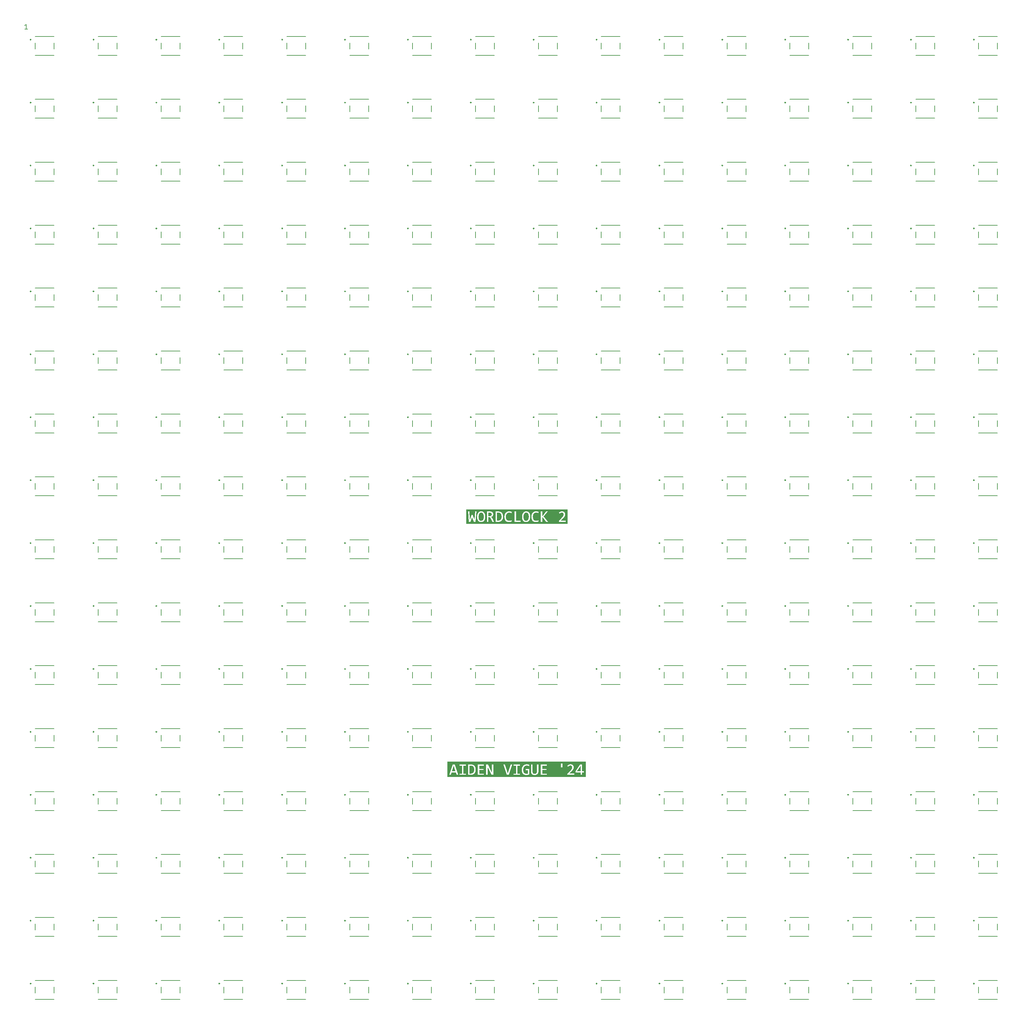
<source format=gto>
G04*
G04 #@! TF.GenerationSoftware,Altium Limited,Altium Designer,24.3.1 (35)*
G04*
G04 Layer_Color=65535*
%FSLAX25Y25*%
%MOIN*%
G70*
G04*
G04 #@! TF.SameCoordinates,990AA879-4203-459C-8826-AB23A681A769*
G04*
G04*
G04 #@! TF.FilePolarity,Positive*
G04*
G01*
G75*
%ADD10C,0.00984*%
%ADD11C,0.00787*%
G36*
X577815Y518000D02*
X472000D01*
Y533192D01*
X577815D01*
Y518000D01*
D02*
G37*
G36*
X596684Y254500D02*
X452500D01*
Y270423D01*
X596684D01*
Y254500D01*
D02*
G37*
G36*
X13875Y1033675D02*
X15090D01*
Y1033000D01*
X11671D01*
Y1033675D01*
X13071D01*
Y1037648D01*
X11763Y1036936D01*
X11500Y1037551D01*
X13232Y1038465D01*
X13875D01*
Y1033675D01*
D02*
G37*
%LPC*%
G36*
X545095Y531174D02*
X544698D01*
X544494Y531155D01*
X544115Y531109D01*
X543939Y531081D01*
X543773Y531044D01*
X543625Y531007D01*
X543477Y530970D01*
X543347Y530934D01*
X543227Y530897D01*
X543125Y530860D01*
X543042Y530832D01*
X542977Y530804D01*
X542922Y530786D01*
X542894Y530776D01*
X542885Y530767D01*
X542561Y530601D01*
X542265Y530425D01*
X542135Y530323D01*
X542006Y530231D01*
X541886Y530138D01*
X541784Y530046D01*
X541682Y529962D01*
X541599Y529888D01*
X541525Y529814D01*
X541460Y529749D01*
X541414Y529703D01*
X541377Y529666D01*
X541359Y529638D01*
X541349Y529629D01*
X541127Y529343D01*
X540933Y529037D01*
X540766Y528741D01*
X540628Y528454D01*
X540572Y528325D01*
X540517Y528214D01*
X540480Y528103D01*
X540443Y528011D01*
X540415Y527937D01*
X540396Y527881D01*
X540378Y527844D01*
Y527835D01*
X540267Y527428D01*
X540184Y527021D01*
X540128Y526623D01*
X540100Y526438D01*
X540091Y526253D01*
X540073Y526087D01*
X540063Y525939D01*
X540054Y525800D01*
Y525689D01*
X540045Y525596D01*
Y525467D01*
X540063Y524976D01*
X540100Y524523D01*
X540156Y524088D01*
X540239Y523700D01*
X540332Y523330D01*
X540434Y522997D01*
X540545Y522692D01*
X540665Y522424D01*
X540776Y522183D01*
X540887Y521980D01*
X540988Y521795D01*
X541081Y521656D01*
X541164Y521545D01*
X541220Y521461D01*
X541266Y521415D01*
X541275Y521397D01*
X541516Y521156D01*
X541784Y520943D01*
X542062Y520758D01*
X542348Y520601D01*
X542644Y520463D01*
X542940Y520352D01*
X543227Y520268D01*
X543514Y520194D01*
X543782Y520139D01*
X544023Y520092D01*
X544244Y520065D01*
X544439Y520037D01*
X544522D01*
X544596Y520028D01*
X544661D01*
X544716Y520018D01*
X544818D01*
X545086Y520028D01*
X545345Y520046D01*
X545604Y520065D01*
X545854Y520102D01*
X546095Y520148D01*
X546316Y520194D01*
X546529Y520240D01*
X546733Y520296D01*
X546909Y520342D01*
X547075Y520389D01*
X547214Y520435D01*
X547334Y520481D01*
X547436Y520518D01*
X547510Y520537D01*
X547547Y520555D01*
X547565Y520564D01*
Y521961D01*
X547343Y521859D01*
X547121Y521767D01*
X546918Y521684D01*
X546724Y521619D01*
X546566Y521563D01*
X546492Y521545D01*
X546437Y521526D01*
X546390Y521517D01*
X546353Y521508D01*
X546335Y521498D01*
X546326D01*
X546085Y521443D01*
X545845Y521406D01*
X545623Y521378D01*
X545419Y521360D01*
X545327Y521350D01*
X545169D01*
X545105Y521341D01*
X544984D01*
X544679Y521350D01*
X544402Y521387D01*
X544134Y521443D01*
X543893Y521508D01*
X543671Y521591D01*
X543458Y521684D01*
X543273Y521776D01*
X543107Y521878D01*
X542959Y521980D01*
X542829Y522072D01*
X542718Y522164D01*
X542626Y522248D01*
X542561Y522312D01*
X542506Y522368D01*
X542478Y522405D01*
X542469Y522414D01*
X542320Y522627D01*
X542191Y522858D01*
X542071Y523108D01*
X541978Y523367D01*
X541895Y523626D01*
X541821Y523894D01*
X541765Y524162D01*
X541728Y524412D01*
X541691Y524653D01*
X541664Y524875D01*
X541645Y525078D01*
X541627Y525254D01*
Y525402D01*
X541617Y525467D01*
Y525513D01*
Y525550D01*
Y525578D01*
Y525596D01*
Y525605D01*
X541627Y525976D01*
X541654Y526308D01*
X541673Y526466D01*
X541691Y526614D01*
X541710Y526753D01*
X541738Y526882D01*
X541756Y526993D01*
X541775Y527095D01*
X541793Y527187D01*
X541812Y527261D01*
X541830Y527317D01*
X541840Y527363D01*
X541849Y527391D01*
Y527400D01*
X541941Y527687D01*
X542052Y527937D01*
X542163Y528168D01*
X542265Y528362D01*
X542320Y528445D01*
X542367Y528519D01*
X542404Y528584D01*
X542441Y528630D01*
X542478Y528677D01*
X542496Y528704D01*
X542506Y528723D01*
X542515Y528732D01*
X542681Y528926D01*
X542866Y529093D01*
X543042Y529232D01*
X543209Y529352D01*
X543347Y529444D01*
X543412Y529481D01*
X543468Y529509D01*
X543514Y529537D01*
X543541Y529555D01*
X543560Y529565D01*
X543569D01*
X543810Y529666D01*
X544050Y529740D01*
X544281Y529786D01*
X544494Y529823D01*
X544596Y529833D01*
X544679Y529842D01*
X544763Y529851D01*
X544827Y529860D01*
X544957D01*
X545234Y529851D01*
X545484Y529833D01*
X545724Y529805D01*
X545928Y529777D01*
X546021Y529759D01*
X546095Y529740D01*
X546169Y529722D01*
X546224Y529712D01*
X546270Y529703D01*
X546307Y529694D01*
X546326Y529685D01*
X546335D01*
X546575Y529620D01*
X546798Y529537D01*
X547001Y529454D01*
X547186Y529380D01*
X547343Y529306D01*
X547408Y529278D01*
X547464Y529250D01*
X547510Y529222D01*
X547538Y529213D01*
X547556Y529194D01*
X547565D01*
Y530656D01*
X547343Y530749D01*
X547112Y530823D01*
X546899Y530897D01*
X546714Y530952D01*
X546548Y530989D01*
X546474Y531007D01*
X546418Y531017D01*
X546372Y531035D01*
X546335D01*
X546316Y531044D01*
X546307D01*
X546058Y531091D01*
X545817Y531118D01*
X545576Y531146D01*
X545364Y531155D01*
X545262Y531165D01*
X545179D01*
X545095Y531174D01*
D02*
G37*
G36*
X516957D02*
X516559D01*
X516356Y531155D01*
X515976Y531109D01*
X515801Y531081D01*
X515634Y531044D01*
X515486Y531007D01*
X515338Y530970D01*
X515209Y530934D01*
X515089Y530897D01*
X514987Y530860D01*
X514903Y530832D01*
X514839Y530804D01*
X514783Y530786D01*
X514755Y530776D01*
X514746Y530767D01*
X514423Y530601D01*
X514126Y530425D01*
X513997Y530323D01*
X513868Y530231D01*
X513747Y530138D01*
X513646Y530046D01*
X513544Y529962D01*
X513460Y529888D01*
X513386Y529814D01*
X513322Y529749D01*
X513275Y529703D01*
X513238Y529666D01*
X513220Y529638D01*
X513211Y529629D01*
X512989Y529343D01*
X512794Y529037D01*
X512628Y528741D01*
X512489Y528454D01*
X512434Y528325D01*
X512378Y528214D01*
X512341Y528103D01*
X512304Y528011D01*
X512277Y527937D01*
X512258Y527881D01*
X512240Y527844D01*
Y527835D01*
X512128Y527428D01*
X512045Y527021D01*
X511990Y526623D01*
X511962Y526438D01*
X511953Y526253D01*
X511934Y526087D01*
X511925Y525939D01*
X511916Y525800D01*
Y525689D01*
X511906Y525596D01*
Y525467D01*
X511925Y524976D01*
X511962Y524523D01*
X512017Y524088D01*
X512101Y523700D01*
X512193Y523330D01*
X512295Y522997D01*
X512406Y522692D01*
X512526Y522424D01*
X512637Y522183D01*
X512748Y521980D01*
X512850Y521795D01*
X512943Y521656D01*
X513026Y521545D01*
X513081Y521461D01*
X513128Y521415D01*
X513137Y521397D01*
X513377Y521156D01*
X513646Y520943D01*
X513923Y520758D01*
X514210Y520601D01*
X514506Y520463D01*
X514802Y520352D01*
X515089Y520268D01*
X515375Y520194D01*
X515644Y520139D01*
X515884Y520092D01*
X516106Y520065D01*
X516300Y520037D01*
X516384D01*
X516458Y520028D01*
X516522D01*
X516578Y520018D01*
X516679D01*
X516948Y520028D01*
X517207Y520046D01*
X517466Y520065D01*
X517716Y520102D01*
X517956Y520148D01*
X518178Y520194D01*
X518391Y520240D01*
X518594Y520296D01*
X518770Y520342D01*
X518936Y520389D01*
X519075Y520435D01*
X519196Y520481D01*
X519297Y520518D01*
X519371Y520537D01*
X519408Y520555D01*
X519427Y520564D01*
Y521961D01*
X519205Y521859D01*
X518983Y521767D01*
X518779Y521684D01*
X518585Y521619D01*
X518428Y521563D01*
X518354Y521545D01*
X518298Y521526D01*
X518252Y521517D01*
X518215Y521508D01*
X518196Y521498D01*
X518187D01*
X517947Y521443D01*
X517706Y521406D01*
X517484Y521378D01*
X517281Y521360D01*
X517188Y521350D01*
X517031D01*
X516966Y521341D01*
X516846D01*
X516541Y521350D01*
X516263Y521387D01*
X515995Y521443D01*
X515755Y521508D01*
X515532Y521591D01*
X515320Y521684D01*
X515135Y521776D01*
X514968Y521878D01*
X514820Y521980D01*
X514691Y522072D01*
X514580Y522164D01*
X514487Y522248D01*
X514423Y522312D01*
X514367Y522368D01*
X514339Y522405D01*
X514330Y522414D01*
X514182Y522627D01*
X514052Y522858D01*
X513932Y523108D01*
X513840Y523367D01*
X513757Y523626D01*
X513683Y523894D01*
X513627Y524162D01*
X513590Y524412D01*
X513553Y524653D01*
X513525Y524875D01*
X513507Y525078D01*
X513488Y525254D01*
Y525402D01*
X513479Y525467D01*
Y525513D01*
Y525550D01*
Y525578D01*
Y525596D01*
Y525605D01*
X513488Y525976D01*
X513516Y526308D01*
X513534Y526466D01*
X513553Y526614D01*
X513572Y526753D01*
X513599Y526882D01*
X513618Y526993D01*
X513636Y527095D01*
X513655Y527187D01*
X513673Y527261D01*
X513692Y527317D01*
X513701Y527363D01*
X513710Y527391D01*
Y527400D01*
X513803Y527687D01*
X513914Y527937D01*
X514025Y528168D01*
X514126Y528362D01*
X514182Y528445D01*
X514228Y528519D01*
X514265Y528584D01*
X514302Y528630D01*
X514339Y528677D01*
X514358Y528704D01*
X514367Y528723D01*
X514376Y528732D01*
X514543Y528926D01*
X514728Y529093D01*
X514903Y529232D01*
X515070Y529352D01*
X515209Y529444D01*
X515274Y529481D01*
X515329Y529509D01*
X515375Y529537D01*
X515403Y529555D01*
X515421Y529565D01*
X515431D01*
X515671Y529666D01*
X515912Y529740D01*
X516143Y529786D01*
X516356Y529823D01*
X516458Y529833D01*
X516541Y529842D01*
X516624Y529851D01*
X516689Y529860D01*
X516818D01*
X517096Y529851D01*
X517346Y529833D01*
X517586Y529805D01*
X517790Y529777D01*
X517882Y529759D01*
X517956Y529740D01*
X518030Y529722D01*
X518085Y529712D01*
X518132Y529703D01*
X518169Y529694D01*
X518187Y529685D01*
X518196D01*
X518437Y529620D01*
X518659Y529537D01*
X518862Y529454D01*
X519047Y529380D01*
X519205Y529306D01*
X519270Y529278D01*
X519325Y529250D01*
X519371Y529222D01*
X519399Y529213D01*
X519417Y529194D01*
X519427D01*
Y530656D01*
X519205Y530749D01*
X518973Y530823D01*
X518761Y530897D01*
X518576Y530952D01*
X518409Y530989D01*
X518335Y531007D01*
X518280Y531017D01*
X518233Y531035D01*
X518196D01*
X518178Y531044D01*
X518169D01*
X517919Y531091D01*
X517678Y531118D01*
X517438Y531146D01*
X517225Y531155D01*
X517124Y531165D01*
X517040D01*
X516957Y531174D01*
D02*
G37*
G36*
X557185Y531035D02*
X555428D01*
X551441Y525966D01*
Y531035D01*
X549961D01*
Y520148D01*
X551441D01*
Y525485D01*
X555511Y520148D01*
X557370D01*
X552884Y525855D01*
X557185Y531035D01*
D02*
G37*
G36*
X482630D02*
X481308D01*
X480873Y523090D01*
X480836Y521591D01*
X480327Y523025D01*
X478810Y527363D01*
X477783D01*
X476470Y523312D01*
X475943Y521591D01*
X475822Y523617D01*
X475397Y531035D01*
X474000D01*
X474749Y520148D01*
X476609D01*
X477848Y523922D01*
X478246Y525263D01*
X478616Y524024D01*
X479976Y520148D01*
X481899D01*
X482630Y531035D01*
D02*
G37*
G36*
X572087Y531192D02*
X571772D01*
X571578Y531174D01*
X571403Y531155D01*
X571227Y531128D01*
X571060Y531100D01*
X570912Y531063D01*
X570764Y531035D01*
X570635Y530998D01*
X570514Y530961D01*
X570413Y530924D01*
X570320Y530887D01*
X570237Y530860D01*
X570182Y530832D01*
X570135Y530813D01*
X570108Y530804D01*
X570098Y530795D01*
X569802Y530638D01*
X569534Y530471D01*
X569293Y530295D01*
X569192Y530212D01*
X569090Y530129D01*
X568997Y530046D01*
X568924Y529981D01*
X568850Y529916D01*
X568794Y529860D01*
X568748Y529814D01*
X568711Y529777D01*
X568692Y529759D01*
X568683Y529749D01*
X569479Y528797D01*
X569654Y528972D01*
X569839Y529130D01*
X570015Y529269D01*
X570172Y529380D01*
X570311Y529472D01*
X570366Y529509D01*
X570422Y529537D01*
X570459Y529565D01*
X570487Y529583D01*
X570505Y529592D01*
X570514D01*
X570737Y529694D01*
X570959Y529777D01*
X571171Y529833D01*
X571365Y529870D01*
X571532Y529888D01*
X571606Y529897D01*
X571662Y529907D01*
X571782D01*
X571957Y529897D01*
X572124Y529879D01*
X572272Y529851D01*
X572392Y529823D01*
X572494Y529796D01*
X572568Y529768D01*
X572614Y529749D01*
X572633Y529740D01*
X572762Y529675D01*
X572873Y529611D01*
X572975Y529537D01*
X573058Y529463D01*
X573123Y529398D01*
X573178Y529352D01*
X573206Y529315D01*
X573215Y529306D01*
X573299Y529204D01*
X573363Y529093D01*
X573428Y528991D01*
X573475Y528889D01*
X573512Y528806D01*
X573539Y528741D01*
X573549Y528695D01*
X573558Y528677D01*
X573595Y528538D01*
X573623Y528408D01*
X573641Y528279D01*
X573660Y528159D01*
Y528057D01*
X573669Y527983D01*
Y527927D01*
Y527918D01*
Y527909D01*
Y527751D01*
X573650Y527603D01*
X573641Y527474D01*
X573623Y527354D01*
X573604Y527252D01*
X573595Y527178D01*
X573576Y527132D01*
Y527113D01*
X573539Y526974D01*
X573493Y526836D01*
X573438Y526706D01*
X573382Y526586D01*
X573336Y526484D01*
X573289Y526410D01*
X573262Y526355D01*
X573252Y526345D01*
Y526336D01*
X573151Y526179D01*
X573049Y526022D01*
X572938Y525874D01*
X572827Y525735D01*
X572725Y525605D01*
X572651Y525513D01*
X572623Y525476D01*
X572596Y525448D01*
X572586Y525439D01*
X572577Y525430D01*
X572402Y525236D01*
X572217Y525032D01*
X572031Y524838D01*
X571846Y524653D01*
X571689Y524486D01*
X571625Y524422D01*
X571560Y524357D01*
X571514Y524310D01*
X571477Y524273D01*
X571458Y524255D01*
X571449Y524246D01*
X568637Y521443D01*
Y520148D01*
X575815D01*
Y521535D01*
X570524D01*
X572494Y523459D01*
X572744Y523709D01*
X572984Y523941D01*
X573188Y524153D01*
X573363Y524329D01*
X573512Y524486D01*
X573567Y524551D01*
X573613Y524597D01*
X573650Y524644D01*
X573687Y524671D01*
X573697Y524690D01*
X573706Y524699D01*
X573891Y524912D01*
X574057Y525106D01*
X574205Y525291D01*
X574326Y525457D01*
X574427Y525596D01*
X574464Y525652D01*
X574501Y525698D01*
X574520Y525735D01*
X574538Y525763D01*
X574557Y525781D01*
Y525791D01*
X574677Y525985D01*
X574779Y526179D01*
X574862Y526355D01*
X574936Y526521D01*
X574982Y526660D01*
X575010Y526716D01*
X575029Y526762D01*
X575038Y526799D01*
X575047Y526826D01*
X575056Y526845D01*
Y526854D01*
X575112Y527058D01*
X575158Y527261D01*
X575186Y527456D01*
X575213Y527631D01*
X575223Y527788D01*
Y527853D01*
X575232Y527909D01*
Y527946D01*
Y527983D01*
Y528001D01*
Y528011D01*
X575223Y528279D01*
X575195Y528528D01*
X575158Y528760D01*
X575112Y528954D01*
X575093Y529037D01*
X575066Y529120D01*
X575047Y529185D01*
X575029Y529241D01*
X575010Y529287D01*
X575001Y529315D01*
X574992Y529333D01*
Y529343D01*
X574890Y529555D01*
X574788Y529749D01*
X574677Y529916D01*
X574566Y530064D01*
X574464Y530184D01*
X574390Y530267D01*
X574335Y530323D01*
X574326Y530341D01*
X574316D01*
X574150Y530489D01*
X573974Y530619D01*
X573798Y530721D01*
X573641Y530813D01*
X573502Y530878D01*
X573438Y530906D01*
X573391Y530934D01*
X573345Y530952D01*
X573317Y530961D01*
X573299Y530970D01*
X573289D01*
X573068Y531044D01*
X572836Y531100D01*
X572614Y531137D01*
X572411Y531165D01*
X572318Y531174D01*
X572226Y531183D01*
X572152D01*
X572087Y531192D01*
D02*
G37*
G36*
X523969Y531035D02*
X522461D01*
Y520148D01*
X528723D01*
Y521415D01*
X523969D01*
Y531035D01*
D02*
G37*
G36*
X505580D02*
X502666D01*
Y520148D01*
X504997D01*
X505376Y520157D01*
X505727Y520176D01*
X505885Y520194D01*
X506042Y520213D01*
X506181Y520231D01*
X506310Y520250D01*
X506430Y520259D01*
X506532Y520278D01*
X506625Y520296D01*
X506708Y520315D01*
X506764Y520324D01*
X506810Y520333D01*
X506838Y520342D01*
X506847D01*
X507143Y520426D01*
X507420Y520509D01*
X507661Y520601D01*
X507772Y520647D01*
X507873Y520684D01*
X507966Y520731D01*
X508040Y520768D01*
X508114Y520805D01*
X508170Y520832D01*
X508216Y520851D01*
X508253Y520869D01*
X508271Y520888D01*
X508281D01*
X508502Y521027D01*
X508706Y521175D01*
X508882Y521323D01*
X509039Y521452D01*
X509159Y521572D01*
X509252Y521665D01*
X509279Y521702D01*
X509307Y521730D01*
X509316Y521739D01*
X509326Y521748D01*
X509474Y521943D01*
X509613Y522137D01*
X509733Y522331D01*
X509825Y522507D01*
X509908Y522655D01*
X509936Y522719D01*
X509964Y522775D01*
X509982Y522812D01*
X510001Y522849D01*
X510010Y522867D01*
Y522877D01*
X510103Y523108D01*
X510186Y523349D01*
X510251Y523570D01*
X510306Y523774D01*
X510325Y523867D01*
X510343Y523950D01*
X510362Y524024D01*
X510380Y524088D01*
X510390Y524135D01*
Y524181D01*
X510399Y524199D01*
Y524209D01*
X510445Y524477D01*
X510473Y524745D01*
X510500Y524995D01*
X510510Y525226D01*
X510519Y525328D01*
Y525421D01*
X510528Y525504D01*
Y525707D01*
X510519Y526197D01*
X510473Y526660D01*
X510408Y527085D01*
X510334Y527474D01*
X510232Y527835D01*
X510131Y528168D01*
X510019Y528464D01*
X509899Y528732D01*
X509779Y528963D01*
X509668Y529167D01*
X509566Y529333D01*
X509465Y529472D01*
X509390Y529583D01*
X509326Y529657D01*
X509289Y529703D01*
X509270Y529722D01*
X509021Y529953D01*
X508743Y530157D01*
X508456Y530332D01*
X508142Y530480D01*
X507827Y530610D01*
X507513Y530712D01*
X507198Y530804D01*
X506902Y530869D01*
X506606Y530924D01*
X506338Y530970D01*
X506098Y530998D01*
X505986Y531007D01*
X505885Y531017D01*
X505792Y531026D01*
X505644D01*
X505580Y531035D01*
D02*
G37*
G36*
X496866D02*
X493795D01*
Y520148D01*
X495275D01*
Y524995D01*
X496089D01*
X496200Y524986D01*
X496302Y524976D01*
X496394Y524958D01*
X496459Y524949D01*
X496515Y524930D01*
X496552Y524921D01*
X496561D01*
X496746Y524856D01*
X496829Y524819D01*
X496903Y524782D01*
X496958Y524754D01*
X497005Y524727D01*
X497032Y524708D01*
X497042Y524699D01*
X497125Y524644D01*
X497199Y524570D01*
X497273Y524505D01*
X497338Y524440D01*
X497384Y524375D01*
X497421Y524329D01*
X497449Y524292D01*
X497458Y524283D01*
X497532Y524181D01*
X497597Y524070D01*
X497661Y523959D01*
X497717Y523857D01*
X497773Y523765D01*
X497810Y523691D01*
X497828Y523644D01*
X497837Y523635D01*
Y523626D01*
X499456Y520148D01*
X501139D01*
X499410Y523728D01*
X499290Y523959D01*
X499169Y524172D01*
X499058Y524347D01*
X498956Y524496D01*
X498873Y524616D01*
X498808Y524699D01*
X498771Y524754D01*
X498753Y524773D01*
X498624Y524912D01*
X498494Y525032D01*
X498364Y525125D01*
X498244Y525199D01*
X498133Y525254D01*
X498050Y525300D01*
X497995Y525319D01*
X497985Y525328D01*
X497976D01*
X498179Y525384D01*
X498374Y525448D01*
X498540Y525522D01*
X498688Y525587D01*
X498808Y525642D01*
X498901Y525689D01*
X498929Y525707D01*
X498956Y525726D01*
X498966Y525735D01*
X498975D01*
X499132Y525837D01*
X499280Y525948D01*
X499401Y526059D01*
X499511Y526151D01*
X499595Y526244D01*
X499659Y526308D01*
X499706Y526355D01*
X499715Y526373D01*
X499817Y526521D01*
X499909Y526660D01*
X499983Y526808D01*
X500048Y526928D01*
X500094Y527039D01*
X500131Y527132D01*
X500150Y527187D01*
X500159Y527197D01*
Y527206D01*
X500214Y527382D01*
X500251Y527548D01*
X500279Y527705D01*
X500298Y527853D01*
X500307Y527983D01*
X500316Y528085D01*
Y528122D01*
Y528149D01*
Y528159D01*
Y528168D01*
X500307Y528399D01*
X500279Y528621D01*
X500251Y528815D01*
X500214Y528991D01*
X500168Y529130D01*
X500150Y529194D01*
X500140Y529241D01*
X500122Y529278D01*
X500113Y529306D01*
X500104Y529324D01*
Y529333D01*
X500020Y529528D01*
X499919Y529694D01*
X499817Y529851D01*
X499706Y529981D01*
X499613Y530083D01*
X499539Y530166D01*
X499484Y530212D01*
X499474Y530231D01*
X499465D01*
X499290Y530369D01*
X499104Y530480D01*
X498919Y530582D01*
X498744Y530665D01*
X498587Y530739D01*
X498522Y530758D01*
X498457Y530786D01*
X498411Y530804D01*
X498374Y530813D01*
X498355Y530823D01*
X498346D01*
X498078Y530897D01*
X497800Y530943D01*
X497532Y530980D01*
X497273Y531007D01*
X497153Y531017D01*
X497051Y531026D01*
X496949D01*
X496866Y531035D01*
D02*
G37*
G36*
X534772Y531192D02*
X534671D01*
X534347Y531174D01*
X534042Y531137D01*
X533755Y531081D01*
X533626Y531054D01*
X533505Y531026D01*
X533403Y530989D01*
X533302Y530961D01*
X533218Y530934D01*
X533145Y530906D01*
X533089Y530878D01*
X533043Y530869D01*
X533015Y530850D01*
X533006D01*
X532728Y530712D01*
X532460Y530545D01*
X532229Y530378D01*
X532034Y530212D01*
X531942Y530129D01*
X531868Y530055D01*
X531794Y529990D01*
X531739Y529925D01*
X531692Y529879D01*
X531665Y529842D01*
X531646Y529823D01*
X531637Y529814D01*
X531424Y529537D01*
X531239Y529250D01*
X531082Y528954D01*
X530952Y528667D01*
X530888Y528538D01*
X530841Y528427D01*
X530804Y528316D01*
X530767Y528223D01*
X530739Y528149D01*
X530721Y528094D01*
X530702Y528057D01*
Y528048D01*
X530591Y527631D01*
X530508Y527206D01*
X530453Y526790D01*
X530425Y526586D01*
X530416Y526392D01*
X530397Y526216D01*
X530388Y526050D01*
X530379Y525911D01*
Y525781D01*
X530370Y525679D01*
Y525541D01*
X530379Y525069D01*
X530397Y524847D01*
X530407Y524634D01*
X530425Y524431D01*
X530453Y524236D01*
X530471Y524052D01*
X530499Y523894D01*
X530517Y523737D01*
X530536Y523607D01*
X530564Y523487D01*
X530582Y523395D01*
X530601Y523312D01*
X530610Y523256D01*
X530619Y523219D01*
Y523210D01*
X530721Y522840D01*
X530786Y522664D01*
X530841Y522507D01*
X530906Y522350D01*
X530971Y522201D01*
X531036Y522072D01*
X531091Y521952D01*
X531146Y521841D01*
X531202Y521748D01*
X531248Y521665D01*
X531294Y521591D01*
X531331Y521535D01*
X531359Y521498D01*
X531368Y521471D01*
X531378Y521461D01*
X531581Y521212D01*
X531794Y520990D01*
X532007Y520805D01*
X532210Y520647D01*
X532395Y520527D01*
X532469Y520481D01*
X532534Y520444D01*
X532589Y520407D01*
X532626Y520389D01*
X532654Y520379D01*
X532663Y520370D01*
X532969Y520250D01*
X533283Y520157D01*
X533589Y520092D01*
X533875Y520046D01*
X534014Y520028D01*
X534125Y520018D01*
X534236Y520009D01*
X534329D01*
X534403Y520000D01*
X534504D01*
X534828Y520018D01*
X535133Y520055D01*
X535411Y520102D01*
X535540Y520139D01*
X535661Y520166D01*
X535772Y520194D01*
X535864Y520231D01*
X535947Y520259D01*
X536021Y520278D01*
X536086Y520305D01*
X536123Y520315D01*
X536151Y520333D01*
X536160D01*
X536447Y520472D01*
X536715Y520638D01*
X536946Y520805D01*
X537048Y520888D01*
X537150Y520971D01*
X537233Y521055D01*
X537316Y521119D01*
X537381Y521193D01*
X537436Y521249D01*
X537483Y521295D01*
X537510Y521332D01*
X537529Y521350D01*
X537538Y521360D01*
X537751Y521637D01*
X537936Y521933D01*
X538093Y522229D01*
X538232Y522507D01*
X538287Y522636D01*
X538334Y522756D01*
X538371Y522858D01*
X538408Y522951D01*
X538436Y523025D01*
X538454Y523080D01*
X538473Y523117D01*
Y523127D01*
X538593Y523543D01*
X538676Y523978D01*
X538741Y524403D01*
X538759Y524607D01*
X538778Y524801D01*
X538796Y524976D01*
X538805Y525143D01*
X538815Y525291D01*
Y525421D01*
X538824Y525522D01*
Y525661D01*
X538815Y526133D01*
X538796Y526355D01*
X538787Y526568D01*
X538768Y526771D01*
X538741Y526956D01*
X538722Y527132D01*
X538694Y527298D01*
X538667Y527446D01*
X538648Y527585D01*
X538630Y527696D01*
X538602Y527798D01*
X538593Y527872D01*
X538574Y527927D01*
X538565Y527964D01*
Y527974D01*
X538463Y528343D01*
X538399Y528519D01*
X538343Y528677D01*
X538278Y528834D01*
X538213Y528972D01*
X538149Y529111D01*
X538084Y529232D01*
X538028Y529333D01*
X537973Y529435D01*
X537927Y529518D01*
X537881Y529583D01*
X537844Y529638D01*
X537816Y529685D01*
X537807Y529703D01*
X537797Y529712D01*
X537594Y529962D01*
X537372Y530184D01*
X537159Y530369D01*
X536955Y530526D01*
X536770Y530647D01*
X536687Y530693D01*
X536622Y530730D01*
X536567Y530767D01*
X536530Y530786D01*
X536502Y530804D01*
X536493D01*
X536188Y530934D01*
X535883Y531026D01*
X535577Y531100D01*
X535290Y531146D01*
X535161Y531165D01*
X535041Y531174D01*
X534939Y531183D01*
X534846D01*
X534772Y531192D01*
D02*
G37*
G36*
X487875D02*
X487773D01*
X487450Y531174D01*
X487144Y531137D01*
X486858Y531081D01*
X486728Y531054D01*
X486608Y531026D01*
X486506Y530989D01*
X486404Y530961D01*
X486321Y530934D01*
X486247Y530906D01*
X486192Y530878D01*
X486145Y530869D01*
X486118Y530850D01*
X486108D01*
X485831Y530712D01*
X485563Y530545D01*
X485331Y530378D01*
X485137Y530212D01*
X485044Y530129D01*
X484971Y530055D01*
X484897Y529990D01*
X484841Y529925D01*
X484795Y529879D01*
X484767Y529842D01*
X484749Y529823D01*
X484739Y529814D01*
X484526Y529537D01*
X484341Y529250D01*
X484184Y528954D01*
X484055Y528667D01*
X483990Y528538D01*
X483944Y528427D01*
X483907Y528316D01*
X483870Y528223D01*
X483842Y528149D01*
X483823Y528094D01*
X483805Y528057D01*
Y528048D01*
X483694Y527631D01*
X483611Y527206D01*
X483555Y526790D01*
X483528Y526586D01*
X483518Y526392D01*
X483500Y526216D01*
X483491Y526050D01*
X483481Y525911D01*
Y525781D01*
X483472Y525679D01*
Y525541D01*
X483481Y525069D01*
X483500Y524847D01*
X483509Y524634D01*
X483528Y524431D01*
X483555Y524236D01*
X483574Y524052D01*
X483602Y523894D01*
X483620Y523737D01*
X483638Y523607D01*
X483666Y523487D01*
X483685Y523395D01*
X483703Y523312D01*
X483712Y523256D01*
X483722Y523219D01*
Y523210D01*
X483823Y522840D01*
X483888Y522664D01*
X483944Y522507D01*
X484009Y522350D01*
X484073Y522201D01*
X484138Y522072D01*
X484194Y521952D01*
X484249Y521841D01*
X484305Y521748D01*
X484351Y521665D01*
X484397Y521591D01*
X484434Y521535D01*
X484462Y521498D01*
X484471Y521471D01*
X484480Y521461D01*
X484684Y521212D01*
X484897Y520990D01*
X485109Y520805D01*
X485313Y520647D01*
X485498Y520527D01*
X485572Y520481D01*
X485637Y520444D01*
X485692Y520407D01*
X485729Y520389D01*
X485757Y520379D01*
X485766Y520370D01*
X486071Y520250D01*
X486386Y520157D01*
X486691Y520092D01*
X486978Y520046D01*
X487116Y520028D01*
X487227Y520018D01*
X487338Y520009D01*
X487431D01*
X487505Y520000D01*
X487607D01*
X487930Y520018D01*
X488236Y520055D01*
X488513Y520102D01*
X488643Y520139D01*
X488763Y520166D01*
X488874Y520194D01*
X488967Y520231D01*
X489050Y520259D01*
X489124Y520278D01*
X489188Y520305D01*
X489225Y520315D01*
X489253Y520333D01*
X489262D01*
X489549Y520472D01*
X489817Y520638D01*
X490049Y520805D01*
X490150Y520888D01*
X490252Y520971D01*
X490336Y521055D01*
X490419Y521119D01*
X490484Y521193D01*
X490539Y521249D01*
X490585Y521295D01*
X490613Y521332D01*
X490631Y521350D01*
X490641Y521360D01*
X490854Y521637D01*
X491039Y521933D01*
X491196Y522229D01*
X491334Y522507D01*
X491390Y522636D01*
X491436Y522756D01*
X491473Y522858D01*
X491510Y522951D01*
X491538Y523025D01*
X491557Y523080D01*
X491575Y523117D01*
Y523127D01*
X491695Y523543D01*
X491779Y523978D01*
X491843Y524403D01*
X491862Y524607D01*
X491880Y524801D01*
X491899Y524976D01*
X491908Y525143D01*
X491917Y525291D01*
Y525421D01*
X491926Y525522D01*
Y525661D01*
X491917Y526133D01*
X491899Y526355D01*
X491889Y526568D01*
X491871Y526771D01*
X491843Y526956D01*
X491825Y527132D01*
X491797Y527298D01*
X491769Y527446D01*
X491751Y527585D01*
X491732Y527696D01*
X491705Y527798D01*
X491695Y527872D01*
X491677Y527927D01*
X491668Y527964D01*
Y527974D01*
X491566Y528343D01*
X491501Y528519D01*
X491445Y528677D01*
X491381Y528834D01*
X491316Y528972D01*
X491251Y529111D01*
X491187Y529232D01*
X491131Y529333D01*
X491076Y529435D01*
X491029Y529518D01*
X490983Y529583D01*
X490946Y529638D01*
X490918Y529685D01*
X490909Y529703D01*
X490900Y529712D01*
X490696Y529962D01*
X490474Y530184D01*
X490262Y530369D01*
X490058Y530526D01*
X489873Y530647D01*
X489790Y530693D01*
X489725Y530730D01*
X489670Y530767D01*
X489633Y530786D01*
X489605Y530804D01*
X489596D01*
X489290Y530934D01*
X488985Y531026D01*
X488680Y531100D01*
X488393Y531146D01*
X488264Y531165D01*
X488143Y531174D01*
X488041Y531183D01*
X487949D01*
X487875Y531192D01*
D02*
G37*
%LPD*%
G36*
X505737Y529777D02*
X506042Y529749D01*
X506181Y529731D01*
X506310Y529712D01*
X506430Y529694D01*
X506541Y529675D01*
X506643Y529657D01*
X506727Y529638D01*
X506801Y529620D01*
X506865Y529601D01*
X506921Y529583D01*
X506958Y529574D01*
X506976Y529565D01*
X506986D01*
X507226Y529472D01*
X507439Y529361D01*
X507633Y529241D01*
X507790Y529130D01*
X507920Y529019D01*
X508012Y528935D01*
X508049Y528898D01*
X508077Y528871D01*
X508086Y528862D01*
X508096Y528852D01*
X508253Y528658D01*
X508382Y528445D01*
X508502Y528223D01*
X508595Y528020D01*
X508660Y527835D01*
X508687Y527761D01*
X508715Y527687D01*
X508734Y527631D01*
X508743Y527594D01*
X508752Y527566D01*
Y527557D01*
X508826Y527243D01*
X508882Y526919D01*
X508919Y526586D01*
X508937Y526429D01*
X508947Y526281D01*
X508956Y526142D01*
X508965Y526013D01*
Y525902D01*
X508974Y525800D01*
Y525716D01*
Y525661D01*
Y525615D01*
Y525605D01*
X508965Y525226D01*
X508937Y524875D01*
X508882Y524542D01*
X508817Y524227D01*
X508734Y523941D01*
X508632Y523672D01*
X508521Y523422D01*
X508392Y523191D01*
X508253Y522978D01*
X508114Y522793D01*
X507957Y522609D01*
X507799Y522451D01*
X507633Y522303D01*
X507457Y522174D01*
X507281Y522063D01*
X507115Y521952D01*
X506939Y521859D01*
X506764Y521785D01*
X506597Y521711D01*
X506430Y521656D01*
X506116Y521563D01*
X505968Y521526D01*
X505829Y521498D01*
X505700Y521480D01*
X505589Y521461D01*
X505487Y521452D01*
X505404Y521443D01*
X505339Y521434D01*
X504146D01*
Y529786D01*
X505413D01*
X505737Y529777D01*
D02*
G37*
G36*
X497023Y529768D02*
X497181Y529749D01*
X497329Y529722D01*
X497467Y529685D01*
X497597Y529648D01*
X497708Y529611D01*
X497810Y529574D01*
X497902Y529528D01*
X497985Y529491D01*
X498050Y529454D01*
X498105Y529417D01*
X498152Y529389D01*
X498179Y529370D01*
X498198Y529361D01*
X498207Y529352D01*
X498309Y529269D01*
X498392Y529167D01*
X498466Y529065D01*
X498531Y528963D01*
X498587Y528852D01*
X498624Y528741D01*
X498698Y528528D01*
X498735Y528343D01*
X498744Y528251D01*
X498753Y528186D01*
X498762Y528122D01*
Y528075D01*
Y528048D01*
Y528038D01*
X498753Y527881D01*
X498735Y527724D01*
X498707Y527594D01*
X498679Y527474D01*
X498651Y527382D01*
X498624Y527308D01*
X498605Y527261D01*
X498596Y527243D01*
X498531Y527122D01*
X498457Y527011D01*
X498374Y526910D01*
X498300Y526826D01*
X498235Y526753D01*
X498179Y526706D01*
X498142Y526669D01*
X498133Y526660D01*
X498013Y526577D01*
X497893Y526512D01*
X497773Y526447D01*
X497661Y526401D01*
X497560Y526355D01*
X497486Y526327D01*
X497430Y526318D01*
X497421Y526308D01*
X497412D01*
X497255Y526271D01*
X497088Y526244D01*
X496931Y526216D01*
X496783Y526207D01*
X496653Y526197D01*
X496561Y526188D01*
X495275D01*
Y529786D01*
X496857D01*
X497023Y529768D01*
D02*
G37*
G36*
X534856Y529879D02*
X535096Y529842D01*
X535309Y529786D01*
X535494Y529731D01*
X535577Y529694D01*
X535642Y529666D01*
X535707Y529638D01*
X535753Y529620D01*
X535790Y529592D01*
X535818Y529583D01*
X535836Y529565D01*
X535846D01*
X536030Y529435D01*
X536206Y529296D01*
X536354Y529148D01*
X536475Y529000D01*
X536576Y528871D01*
X536650Y528769D01*
X536669Y528732D01*
X536687Y528704D01*
X536706Y528686D01*
Y528677D01*
X536826Y528454D01*
X536918Y528223D01*
X537002Y527992D01*
X537076Y527779D01*
X537104Y527677D01*
X537122Y527594D01*
X537141Y527511D01*
X537159Y527437D01*
X537168Y527382D01*
X537178Y527345D01*
X537187Y527317D01*
Y527308D01*
X537242Y527002D01*
X537279Y526697D01*
X537307Y526401D01*
X537316Y526262D01*
X537325Y526133D01*
X537335Y526013D01*
Y525892D01*
X537344Y525800D01*
Y525716D01*
Y525642D01*
Y525596D01*
Y525559D01*
Y525550D01*
X537335Y525226D01*
X537316Y524921D01*
X537289Y524644D01*
X537279Y524514D01*
X537261Y524394D01*
X537242Y524283D01*
X537233Y524190D01*
X537215Y524098D01*
X537205Y524033D01*
X537196Y523968D01*
X537187Y523931D01*
X537178Y523904D01*
Y523894D01*
X537113Y523617D01*
X537030Y523358D01*
X536946Y523127D01*
X536863Y522932D01*
X536826Y522849D01*
X536789Y522766D01*
X536761Y522701D01*
X536733Y522646D01*
X536706Y522599D01*
X536696Y522572D01*
X536678Y522553D01*
Y522544D01*
X536549Y522340D01*
X536401Y522155D01*
X536262Y521998D01*
X536123Y521869D01*
X536003Y521767D01*
X535910Y521693D01*
X535873Y521665D01*
X535846Y521646D01*
X535827Y521628D01*
X535818D01*
X535614Y521517D01*
X535411Y521434D01*
X535198Y521378D01*
X535013Y521341D01*
X534837Y521313D01*
X534772Y521304D01*
X534708D01*
X534661Y521295D01*
X534587D01*
X534319Y521304D01*
X534079Y521341D01*
X533866Y521397D01*
X533681Y521452D01*
X533607Y521480D01*
X533533Y521508D01*
X533468Y521535D01*
X533422Y521563D01*
X533385Y521582D01*
X533357Y521600D01*
X533339Y521609D01*
X533329D01*
X533145Y521739D01*
X532978Y521878D01*
X532830Y522026D01*
X532710Y522164D01*
X532608Y522294D01*
X532543Y522396D01*
X532515Y522433D01*
X532497Y522461D01*
X532479Y522479D01*
Y522488D01*
X532368Y522710D01*
X532266Y522941D01*
X532183Y523173D01*
X532118Y523385D01*
X532090Y523487D01*
X532062Y523580D01*
X532044Y523654D01*
X532025Y523728D01*
X532016Y523783D01*
X532007Y523820D01*
X531997Y523848D01*
Y523857D01*
X531951Y524162D01*
X531914Y524468D01*
X531886Y524764D01*
X531877Y524902D01*
X531868Y525041D01*
X531859Y525162D01*
Y525273D01*
Y525374D01*
X531849Y525457D01*
Y525531D01*
Y525578D01*
Y525615D01*
Y525624D01*
X531859Y525948D01*
X531877Y526253D01*
X531896Y526531D01*
X531914Y526651D01*
X531933Y526771D01*
X531942Y526882D01*
X531960Y526974D01*
X531970Y527067D01*
X531979Y527132D01*
X531988Y527197D01*
X531997Y527234D01*
X532007Y527261D01*
Y527271D01*
X532081Y527548D01*
X532155Y527807D01*
X532238Y528038D01*
X532321Y528242D01*
X532358Y528325D01*
X532395Y528408D01*
X532423Y528473D01*
X532451Y528528D01*
X532479Y528575D01*
X532488Y528603D01*
X532506Y528621D01*
Y528630D01*
X532636Y528834D01*
X532774Y529019D01*
X532923Y529176D01*
X533052Y529306D01*
X533172Y529407D01*
X533265Y529481D01*
X533302Y529509D01*
X533329Y529528D01*
X533339Y529546D01*
X533348D01*
X533552Y529657D01*
X533764Y529740D01*
X533968Y529805D01*
X534162Y529842D01*
X534329Y529870D01*
X534403Y529879D01*
X534467D01*
X534514Y529888D01*
X534587D01*
X534856Y529879D01*
D02*
G37*
G36*
X487958D02*
X488199Y529842D01*
X488412Y529786D01*
X488596Y529731D01*
X488680Y529694D01*
X488744Y529666D01*
X488809Y529638D01*
X488856Y529620D01*
X488893Y529592D01*
X488920Y529583D01*
X488939Y529565D01*
X488948D01*
X489133Y529435D01*
X489309Y529296D01*
X489457Y529148D01*
X489577Y529000D01*
X489679Y528871D01*
X489753Y528769D01*
X489771Y528732D01*
X489790Y528704D01*
X489808Y528686D01*
Y528677D01*
X489928Y528454D01*
X490021Y528223D01*
X490104Y527992D01*
X490178Y527779D01*
X490206Y527677D01*
X490225Y527594D01*
X490243Y527511D01*
X490262Y527437D01*
X490271Y527382D01*
X490280Y527345D01*
X490289Y527317D01*
Y527308D01*
X490345Y527002D01*
X490382Y526697D01*
X490410Y526401D01*
X490419Y526262D01*
X490428Y526133D01*
X490437Y526013D01*
Y525892D01*
X490447Y525800D01*
Y525716D01*
Y525642D01*
Y525596D01*
Y525559D01*
Y525550D01*
X490437Y525226D01*
X490419Y524921D01*
X490391Y524644D01*
X490382Y524514D01*
X490363Y524394D01*
X490345Y524283D01*
X490336Y524190D01*
X490317Y524098D01*
X490308Y524033D01*
X490299Y523968D01*
X490289Y523931D01*
X490280Y523904D01*
Y523894D01*
X490215Y523617D01*
X490132Y523358D01*
X490049Y523127D01*
X489965Y522932D01*
X489928Y522849D01*
X489891Y522766D01*
X489864Y522701D01*
X489836Y522646D01*
X489808Y522599D01*
X489799Y522572D01*
X489781Y522553D01*
Y522544D01*
X489651Y522340D01*
X489503Y522155D01*
X489364Y521998D01*
X489225Y521869D01*
X489105Y521767D01*
X489013Y521693D01*
X488976Y521665D01*
X488948Y521646D01*
X488930Y521628D01*
X488920D01*
X488717Y521517D01*
X488513Y521434D01*
X488301Y521378D01*
X488116Y521341D01*
X487940Y521313D01*
X487875Y521304D01*
X487810D01*
X487764Y521295D01*
X487690D01*
X487422Y521304D01*
X487181Y521341D01*
X486969Y521397D01*
X486784Y521452D01*
X486709Y521480D01*
X486635Y521508D01*
X486571Y521535D01*
X486524Y521563D01*
X486487Y521582D01*
X486460Y521600D01*
X486441Y521609D01*
X486432D01*
X486247Y521739D01*
X486081Y521878D01*
X485932Y522026D01*
X485812Y522164D01*
X485710Y522294D01*
X485646Y522396D01*
X485618Y522433D01*
X485600Y522461D01*
X485581Y522479D01*
Y522488D01*
X485470Y522710D01*
X485368Y522941D01*
X485285Y523173D01*
X485220Y523385D01*
X485192Y523487D01*
X485165Y523580D01*
X485146Y523654D01*
X485128Y523728D01*
X485118Y523783D01*
X485109Y523820D01*
X485100Y523848D01*
Y523857D01*
X485054Y524162D01*
X485017Y524468D01*
X484989Y524764D01*
X484980Y524902D01*
X484971Y525041D01*
X484961Y525162D01*
Y525273D01*
Y525374D01*
X484952Y525457D01*
Y525531D01*
Y525578D01*
Y525615D01*
Y525624D01*
X484961Y525948D01*
X484980Y526253D01*
X484998Y526531D01*
X485017Y526651D01*
X485035Y526771D01*
X485044Y526882D01*
X485063Y526974D01*
X485072Y527067D01*
X485081Y527132D01*
X485091Y527197D01*
X485100Y527234D01*
X485109Y527261D01*
Y527271D01*
X485183Y527548D01*
X485257Y527807D01*
X485340Y528038D01*
X485424Y528242D01*
X485461Y528325D01*
X485498Y528408D01*
X485526Y528473D01*
X485553Y528528D01*
X485581Y528575D01*
X485590Y528603D01*
X485609Y528621D01*
Y528630D01*
X485738Y528834D01*
X485877Y529019D01*
X486025Y529176D01*
X486155Y529306D01*
X486275Y529407D01*
X486367Y529481D01*
X486404Y529509D01*
X486432Y529528D01*
X486441Y529546D01*
X486450D01*
X486654Y529657D01*
X486867Y529740D01*
X487070Y529805D01*
X487264Y529842D01*
X487431Y529870D01*
X487505Y529879D01*
X487570D01*
X487616Y529888D01*
X487690D01*
X487958Y529879D01*
D02*
G37*
%LPC*%
G36*
X535373Y267692D02*
X535179D01*
X534753Y267674D01*
X534365Y267628D01*
X534179Y267600D01*
X534004Y267572D01*
X533837Y267535D01*
X533689Y267498D01*
X533551Y267461D01*
X533430Y267424D01*
X533328Y267396D01*
X533236Y267369D01*
X533162Y267341D01*
X533116Y267322D01*
X533079Y267313D01*
X533070Y267304D01*
X532727Y267147D01*
X532413Y266962D01*
X532265Y266869D01*
X532135Y266777D01*
X532006Y266684D01*
X531895Y266592D01*
X531793Y266509D01*
X531701Y266435D01*
X531617Y266360D01*
X531553Y266296D01*
X531506Y266249D01*
X531460Y266213D01*
X531441Y266185D01*
X531432Y266176D01*
X531192Y265889D01*
X530979Y265583D01*
X530803Y265278D01*
X530655Y265001D01*
X530590Y264871D01*
X530535Y264751D01*
X530489Y264640D01*
X530452Y264547D01*
X530415Y264474D01*
X530396Y264418D01*
X530387Y264381D01*
X530378Y264372D01*
X530258Y263965D01*
X530165Y263548D01*
X530100Y263141D01*
X530072Y262957D01*
X530054Y262772D01*
X530035Y262605D01*
X530026Y262448D01*
X530017Y262309D01*
Y262189D01*
X530008Y262096D01*
Y261717D01*
X530026Y261476D01*
X530035Y261245D01*
X530063Y261023D01*
X530082Y260820D01*
X530110Y260626D01*
X530147Y260440D01*
X530174Y260274D01*
X530202Y260117D01*
X530239Y259987D01*
X530267Y259867D01*
X530285Y259774D01*
X530313Y259691D01*
X530322Y259636D01*
X530341Y259599D01*
Y259590D01*
X530479Y259229D01*
X530553Y259053D01*
X530637Y258896D01*
X530720Y258738D01*
X530803Y258600D01*
X530877Y258470D01*
X530951Y258350D01*
X531025Y258248D01*
X531099Y258156D01*
X531155Y258072D01*
X531210Y257998D01*
X531256Y257952D01*
X531284Y257906D01*
X531303Y257888D01*
X531312Y257878D01*
X531562Y257638D01*
X531821Y257425D01*
X532070Y257249D01*
X532311Y257101D01*
X532422Y257046D01*
X532524Y256990D01*
X532607Y256944D01*
X532690Y256907D01*
X532755Y256879D01*
X532801Y256861D01*
X532829Y256842D01*
X532838D01*
X533181Y256731D01*
X533532Y256648D01*
X533865Y256583D01*
X534031Y256565D01*
X534179Y256546D01*
X534318Y256528D01*
X534448Y256519D01*
X534559Y256509D01*
X534660D01*
X534734Y256500D01*
X534845D01*
X535123Y256509D01*
X535253Y256519D01*
X535363Y256528D01*
X535465D01*
X535539Y256537D01*
X535585Y256546D01*
X535604D01*
X535752Y256565D01*
X535891Y256583D01*
X536029Y256602D01*
X536150Y256620D01*
X536242Y256639D01*
X536326Y256657D01*
X536372Y256666D01*
X536390D01*
X536538Y256703D01*
X536677Y256731D01*
X536816Y256768D01*
X536927Y256796D01*
X537029Y256824D01*
X537103Y256852D01*
X537149Y256861D01*
X537167Y256870D01*
X537306Y256916D01*
X537445Y256972D01*
X537565Y257018D01*
X537676Y257064D01*
X537769Y257101D01*
X537843Y257129D01*
X537880Y257148D01*
X537898Y257157D01*
Y262725D01*
X534198D01*
Y261504D01*
X536427D01*
Y258026D01*
X536316Y257989D01*
X536214Y257952D01*
X536177Y257943D01*
X536140Y257934D01*
X536122Y257925D01*
X536113D01*
X535992Y257897D01*
X535872Y257878D01*
X535826Y257869D01*
X535789D01*
X535771Y257860D01*
X535761D01*
X535632Y257841D01*
X535511Y257823D01*
X535465D01*
X535428Y257814D01*
X535400D01*
X535271Y257804D01*
X535058D01*
X534725Y257814D01*
X534420Y257851D01*
X534281Y257869D01*
X534152Y257897D01*
X534031Y257925D01*
X533920Y257952D01*
X533819Y257971D01*
X533726Y257998D01*
X533652Y258026D01*
X533588Y258045D01*
X533532Y258063D01*
X533495Y258082D01*
X533476Y258091D01*
X533467D01*
X533236Y258211D01*
X533023Y258350D01*
X532838Y258489D01*
X532681Y258628D01*
X532551Y258748D01*
X532459Y258840D01*
X532431Y258877D01*
X532404Y258905D01*
X532394Y258924D01*
X532385Y258933D01*
X532237Y259145D01*
X532107Y259377D01*
X531996Y259599D01*
X531913Y259811D01*
X531876Y259904D01*
X531839Y259997D01*
X531821Y260070D01*
X531793Y260144D01*
X531775Y260200D01*
X531765Y260237D01*
X531756Y260265D01*
Y260274D01*
X531691Y260579D01*
X531645Y260894D01*
X531608Y261190D01*
X531599Y261338D01*
X531590Y261467D01*
X531580Y261597D01*
X531571Y261708D01*
Y261809D01*
X531562Y261902D01*
Y261967D01*
Y262022D01*
Y262059D01*
Y262069D01*
X531571Y262420D01*
X531599Y262744D01*
X531617Y262901D01*
X531636Y263049D01*
X531664Y263178D01*
X531682Y263308D01*
X531701Y263419D01*
X531728Y263521D01*
X531747Y263604D01*
X531765Y263678D01*
X531784Y263743D01*
X531793Y263780D01*
X531802Y263808D01*
Y263817D01*
X531904Y264104D01*
X532015Y264363D01*
X532135Y264594D01*
X532200Y264705D01*
X532256Y264797D01*
X532302Y264880D01*
X532357Y264954D01*
X532404Y265019D01*
X532441Y265075D01*
X532468Y265121D01*
X532496Y265149D01*
X532505Y265167D01*
X532514Y265177D01*
X532699Y265380D01*
X532885Y265546D01*
X533079Y265704D01*
X533254Y265824D01*
X533412Y265916D01*
X533486Y265963D01*
X533541Y265990D01*
X533588Y266018D01*
X533625Y266027D01*
X533643Y266046D01*
X533652D01*
X533911Y266148D01*
X534179Y266231D01*
X534439Y266286D01*
X534679Y266323D01*
X534790Y266333D01*
X534882Y266342D01*
X534975Y266351D01*
X535049Y266360D01*
X535197D01*
X535474Y266351D01*
X535734Y266333D01*
X535974Y266305D01*
X536177Y266268D01*
X536270Y266249D01*
X536353Y266231D01*
X536427Y266222D01*
X536483Y266203D01*
X536529Y266194D01*
X536566Y266185D01*
X536585Y266176D01*
X536594D01*
X536834Y266102D01*
X537066Y266027D01*
X537278Y265944D01*
X537463Y265861D01*
X537546Y265824D01*
X537620Y265787D01*
X537695Y265759D01*
X537750Y265732D01*
X537787Y265704D01*
X537824Y265694D01*
X537843Y265676D01*
X537852D01*
Y267147D01*
X537620Y267249D01*
X537398Y267332D01*
X537177Y267396D01*
X536982Y267452D01*
X536899Y267480D01*
X536816Y267498D01*
X536751Y267517D01*
X536686Y267526D01*
X536640Y267545D01*
X536603D01*
X536585Y267554D01*
X536575D01*
X536326Y267600D01*
X536076Y267637D01*
X535845Y267655D01*
X535632Y267674D01*
X535530Y267683D01*
X535447D01*
X535373Y267692D01*
D02*
G37*
G36*
X572622Y268423D02*
X570717D01*
X570948Y264510D01*
X572373D01*
X572622Y268423D01*
D02*
G37*
G36*
X500343Y267535D02*
X498863D01*
Y264437D01*
Y258609D01*
X497809Y261097D01*
X494913Y267535D01*
X492934D01*
Y256648D01*
X494414D01*
Y260126D01*
Y265620D01*
X495283Y263438D01*
X498336Y256648D01*
X500343D01*
Y267535D01*
D02*
G37*
G36*
X520046D02*
X518464D01*
X516105Y260191D01*
X515420Y258045D01*
X514754Y260191D01*
X512405Y267535D01*
X510731D01*
X514348Y256648D01*
X516346D01*
X520046Y267535D01*
D02*
G37*
G36*
X547324D02*
X545844D01*
Y260339D01*
X545834Y260117D01*
X545816Y259904D01*
X545788Y259700D01*
X545760Y259516D01*
X545714Y259340D01*
X545668Y259183D01*
X545612Y259044D01*
X545566Y258914D01*
X545511Y258794D01*
X545455Y258701D01*
X545409Y258609D01*
X545372Y258544D01*
X545335Y258489D01*
X545307Y258442D01*
X545289Y258424D01*
X545280Y258415D01*
X545168Y258295D01*
X545039Y258193D01*
X544909Y258100D01*
X544771Y258026D01*
X544623Y257962D01*
X544475Y257906D01*
X544336Y257860D01*
X544197Y257823D01*
X544059Y257795D01*
X543938Y257776D01*
X543827Y257758D01*
X543725Y257749D01*
X543642D01*
X543587Y257739D01*
X543531D01*
X543300Y257749D01*
X543096Y257767D01*
X542911Y257795D01*
X542754Y257823D01*
X542625Y257851D01*
X542532Y257878D01*
X542495Y257888D01*
X542467Y257897D01*
X542458Y257906D01*
X542449D01*
X542292Y257971D01*
X542153Y258054D01*
X542033Y258137D01*
X541931Y258211D01*
X541848Y258285D01*
X541783Y258341D01*
X541746Y258378D01*
X541737Y258396D01*
X541644Y258526D01*
X541561Y258655D01*
X541496Y258794D01*
X541441Y258924D01*
X541404Y259034D01*
X541376Y259118D01*
X541358Y259155D01*
Y259183D01*
X541348Y259192D01*
Y259201D01*
X541311Y259386D01*
X541284Y259580D01*
X541256Y259765D01*
X541247Y259950D01*
X541237Y260098D01*
X541228Y260163D01*
Y260219D01*
Y260265D01*
Y260302D01*
Y260320D01*
Y260330D01*
Y267535D01*
X539748D01*
Y260209D01*
X539757Y259904D01*
X539776Y259617D01*
X539813Y259358D01*
X539831Y259238D01*
X539850Y259127D01*
X539868Y259034D01*
X539887Y258942D01*
X539905Y258868D01*
X539924Y258803D01*
X539933Y258748D01*
X539942Y258711D01*
X539952Y258692D01*
Y258683D01*
X540035Y258433D01*
X540136Y258211D01*
X540247Y258008D01*
X540349Y257841D01*
X540451Y257702D01*
X540488Y257647D01*
X540525Y257592D01*
X540553Y257555D01*
X540581Y257527D01*
X540590Y257518D01*
X540599Y257508D01*
X540775Y257342D01*
X540969Y257185D01*
X541154Y257064D01*
X541339Y256953D01*
X541496Y256870D01*
X541570Y256833D01*
X541626Y256805D01*
X541681Y256787D01*
X541718Y256768D01*
X541737Y256759D01*
X541746D01*
X542024Y256676D01*
X542319Y256611D01*
X542606Y256565D01*
X542874Y256537D01*
X543004Y256519D01*
X543115D01*
X543217Y256509D01*
X543309Y256500D01*
X543476D01*
X543809Y256509D01*
X544123Y256546D01*
X544262Y256565D01*
X544401Y256592D01*
X544530Y256611D01*
X544641Y256639D01*
X544743Y256666D01*
X544836Y256694D01*
X544919Y256713D01*
X544983Y256731D01*
X545039Y256750D01*
X545085Y256768D01*
X545104Y256778D01*
X545113D01*
X545372Y256889D01*
X545603Y257018D01*
X545807Y257148D01*
X545983Y257277D01*
X546121Y257388D01*
X546177Y257434D01*
X546232Y257481D01*
X546269Y257518D01*
X546297Y257545D01*
X546306Y257555D01*
X546315Y257564D01*
X546491Y257767D01*
X546639Y257980D01*
X546769Y258184D01*
X546880Y258378D01*
X546963Y258544D01*
X546991Y258618D01*
X547018Y258683D01*
X547037Y258729D01*
X547055Y258775D01*
X547065Y258794D01*
Y258803D01*
X547148Y259081D01*
X547213Y259367D01*
X547259Y259636D01*
X547296Y259895D01*
X547305Y260006D01*
X547315Y260107D01*
Y260200D01*
X547324Y260283D01*
Y267535D01*
D02*
G37*
G36*
X592825D02*
X590743D01*
X586100Y260330D01*
Y259053D01*
X591344D01*
Y256648D01*
X592825D01*
Y259053D01*
X594684D01*
Y260330D01*
X592825D01*
Y267535D01*
D02*
G37*
G36*
X581031Y267692D02*
X580716D01*
X580522Y267674D01*
X580346Y267655D01*
X580170Y267628D01*
X580004Y267600D01*
X579856Y267563D01*
X579708Y267535D01*
X579578Y267498D01*
X579458Y267461D01*
X579356Y267424D01*
X579264Y267387D01*
X579181Y267359D01*
X579125Y267332D01*
X579079Y267313D01*
X579051Y267304D01*
X579042Y267295D01*
X578746Y267138D01*
X578478Y266971D01*
X578237Y266795D01*
X578135Y266712D01*
X578034Y266629D01*
X577941Y266546D01*
X577867Y266481D01*
X577793Y266416D01*
X577738Y266360D01*
X577692Y266314D01*
X577655Y266277D01*
X577636Y266259D01*
X577627Y266249D01*
X578422Y265297D01*
X578598Y265473D01*
X578783Y265630D01*
X578959Y265769D01*
X579116Y265880D01*
X579255Y265972D01*
X579310Y266009D01*
X579366Y266037D01*
X579403Y266065D01*
X579430Y266083D01*
X579449Y266092D01*
X579458D01*
X579680Y266194D01*
X579902Y266277D01*
X580115Y266333D01*
X580309Y266370D01*
X580476Y266388D01*
X580550Y266398D01*
X580605Y266407D01*
X580725D01*
X580901Y266398D01*
X581068Y266379D01*
X581216Y266351D01*
X581336Y266323D01*
X581438Y266296D01*
X581512Y266268D01*
X581558Y266249D01*
X581576Y266240D01*
X581706Y266176D01*
X581817Y266111D01*
X581919Y266037D01*
X582002Y265963D01*
X582067Y265898D01*
X582122Y265852D01*
X582150Y265815D01*
X582159Y265806D01*
X582242Y265704D01*
X582307Y265593D01*
X582372Y265491D01*
X582418Y265389D01*
X582455Y265306D01*
X582483Y265241D01*
X582492Y265195D01*
X582502Y265177D01*
X582539Y265038D01*
X582566Y264908D01*
X582585Y264779D01*
X582603Y264658D01*
Y264557D01*
X582613Y264483D01*
Y264427D01*
Y264418D01*
Y264409D01*
Y264251D01*
X582594Y264104D01*
X582585Y263974D01*
X582566Y263854D01*
X582548Y263752D01*
X582539Y263678D01*
X582520Y263632D01*
Y263613D01*
X582483Y263474D01*
X582437Y263336D01*
X582381Y263206D01*
X582326Y263086D01*
X582279Y262984D01*
X582233Y262910D01*
X582205Y262855D01*
X582196Y262845D01*
Y262836D01*
X582094Y262679D01*
X581993Y262522D01*
X581882Y262374D01*
X581771Y262235D01*
X581669Y262105D01*
X581595Y262013D01*
X581567Y261976D01*
X581539Y261948D01*
X581530Y261939D01*
X581521Y261930D01*
X581345Y261736D01*
X581160Y261532D01*
X580975Y261338D01*
X580790Y261153D01*
X580633Y260986D01*
X580568Y260922D01*
X580504Y260857D01*
X580457Y260810D01*
X580420Y260773D01*
X580402Y260755D01*
X580393Y260746D01*
X577580Y257943D01*
Y256648D01*
X584759D01*
Y258035D01*
X579467D01*
X581438Y259960D01*
X581687Y260209D01*
X581928Y260440D01*
X582131Y260653D01*
X582307Y260829D01*
X582455Y260986D01*
X582511Y261051D01*
X582557Y261097D01*
X582594Y261143D01*
X582631Y261171D01*
X582640Y261190D01*
X582650Y261199D01*
X582834Y261412D01*
X583001Y261606D01*
X583149Y261791D01*
X583269Y261958D01*
X583371Y262096D01*
X583408Y262152D01*
X583445Y262198D01*
X583463Y262235D01*
X583482Y262263D01*
X583500Y262281D01*
Y262291D01*
X583621Y262485D01*
X583722Y262679D01*
X583806Y262855D01*
X583880Y263021D01*
X583926Y263160D01*
X583954Y263215D01*
X583972Y263262D01*
X583982Y263299D01*
X583991Y263327D01*
X584000Y263345D01*
Y263354D01*
X584056Y263558D01*
X584102Y263761D01*
X584129Y263955D01*
X584157Y264131D01*
X584166Y264288D01*
Y264353D01*
X584176Y264409D01*
Y264446D01*
Y264483D01*
Y264501D01*
Y264510D01*
X584166Y264779D01*
X584139Y265029D01*
X584102Y265260D01*
X584056Y265454D01*
X584037Y265537D01*
X584009Y265620D01*
X583991Y265685D01*
X583972Y265741D01*
X583954Y265787D01*
X583945Y265815D01*
X583935Y265833D01*
Y265843D01*
X583834Y266055D01*
X583732Y266249D01*
X583621Y266416D01*
X583510Y266564D01*
X583408Y266684D01*
X583334Y266768D01*
X583279Y266823D01*
X583269Y266842D01*
X583260D01*
X583094Y266989D01*
X582918Y267119D01*
X582742Y267221D01*
X582585Y267313D01*
X582446Y267378D01*
X582381Y267406D01*
X582335Y267434D01*
X582289Y267452D01*
X582261Y267461D01*
X582242Y267471D01*
X582233D01*
X582011Y267545D01*
X581780Y267600D01*
X581558Y267637D01*
X581355Y267665D01*
X581262Y267674D01*
X581170Y267683D01*
X581096D01*
X581031Y267692D01*
D02*
G37*
G36*
X556083Y267535D02*
X549895D01*
Y256648D01*
X556083D01*
Y257915D01*
X551375D01*
Y261662D01*
X555899D01*
Y262910D01*
X551375D01*
Y266286D01*
X556083D01*
Y267535D01*
D02*
G37*
G36*
X528028D02*
X521516D01*
Y266286D01*
X524023D01*
Y257915D01*
X521516D01*
Y256648D01*
X528028D01*
Y257915D01*
X525522D01*
Y266286D01*
X528028D01*
Y267535D01*
D02*
G37*
G36*
X490427D02*
X484239D01*
Y256648D01*
X490427D01*
Y257915D01*
X485719D01*
Y261662D01*
X490242D01*
Y262910D01*
X485719D01*
Y266286D01*
X490427D01*
Y267535D01*
D02*
G37*
G36*
X477005D02*
X474091D01*
Y256648D01*
X476423D01*
X476802Y256657D01*
X477153Y256676D01*
X477311Y256694D01*
X477468Y256713D01*
X477606Y256731D01*
X477736Y256750D01*
X477856Y256759D01*
X477958Y256778D01*
X478051Y256796D01*
X478134Y256815D01*
X478189Y256824D01*
X478235Y256833D01*
X478263Y256842D01*
X478272D01*
X478569Y256926D01*
X478846Y257009D01*
X479086Y257101D01*
X479198Y257148D01*
X479299Y257185D01*
X479392Y257231D01*
X479466Y257268D01*
X479540Y257305D01*
X479595Y257332D01*
X479641Y257351D01*
X479678Y257369D01*
X479697Y257388D01*
X479706D01*
X479928Y257527D01*
X480132Y257675D01*
X480307Y257823D01*
X480465Y257952D01*
X480585Y258072D01*
X480678Y258165D01*
X480705Y258202D01*
X480733Y258230D01*
X480742Y258239D01*
X480752Y258248D01*
X480899Y258442D01*
X481038Y258637D01*
X481158Y258831D01*
X481251Y259007D01*
X481334Y259155D01*
X481362Y259220D01*
X481390Y259275D01*
X481408Y259312D01*
X481427Y259349D01*
X481436Y259367D01*
Y259377D01*
X481529Y259608D01*
X481612Y259848D01*
X481676Y260070D01*
X481732Y260274D01*
X481750Y260367D01*
X481769Y260450D01*
X481787Y260524D01*
X481806Y260589D01*
X481815Y260635D01*
Y260681D01*
X481824Y260700D01*
Y260709D01*
X481871Y260977D01*
X481898Y261245D01*
X481926Y261495D01*
X481936Y261726D01*
X481945Y261828D01*
Y261920D01*
X481954Y262004D01*
Y262207D01*
X481945Y262698D01*
X481898Y263160D01*
X481834Y263585D01*
X481760Y263974D01*
X481658Y264335D01*
X481556Y264668D01*
X481445Y264964D01*
X481325Y265232D01*
X481205Y265463D01*
X481094Y265667D01*
X480992Y265833D01*
X480890Y265972D01*
X480816Y266083D01*
X480752Y266157D01*
X480715Y266203D01*
X480696Y266222D01*
X480446Y266453D01*
X480169Y266656D01*
X479882Y266832D01*
X479567Y266980D01*
X479253Y267110D01*
X478938Y267212D01*
X478624Y267304D01*
X478328Y267369D01*
X478032Y267424D01*
X477764Y267471D01*
X477523Y267498D01*
X477412Y267508D01*
X477311Y267517D01*
X477218Y267526D01*
X477070D01*
X477005Y267535D01*
D02*
G37*
G36*
X471751D02*
X465239D01*
Y266286D01*
X467746D01*
Y257915D01*
X465239D01*
Y256648D01*
X471751D01*
Y257915D01*
X469244D01*
Y266286D01*
X471751D01*
Y267535D01*
D02*
G37*
G36*
X460152D02*
X458117D01*
X454500Y256648D01*
X456045D01*
X456803Y259025D01*
X461354D01*
X462104Y256648D01*
X463722D01*
X460152Y267535D01*
D02*
G37*
%LPD*%
G36*
X591344Y260330D02*
X587543D01*
X591344Y266129D01*
Y260330D01*
D02*
G37*
G36*
X477163Y266277D02*
X477468Y266249D01*
X477606Y266231D01*
X477736Y266213D01*
X477856Y266194D01*
X477967Y266176D01*
X478069Y266157D01*
X478152Y266139D01*
X478226Y266120D01*
X478291Y266102D01*
X478346Y266083D01*
X478383Y266074D01*
X478402Y266065D01*
X478411D01*
X478652Y265972D01*
X478864Y265861D01*
X479059Y265741D01*
X479216Y265630D01*
X479346Y265519D01*
X479438Y265436D01*
X479475Y265399D01*
X479503Y265371D01*
X479512Y265361D01*
X479521Y265352D01*
X479678Y265158D01*
X479808Y264945D01*
X479928Y264723D01*
X480021Y264520D01*
X480086Y264335D01*
X480113Y264261D01*
X480141Y264187D01*
X480160Y264131D01*
X480169Y264094D01*
X480178Y264067D01*
Y264057D01*
X480252Y263743D01*
X480307Y263419D01*
X480344Y263086D01*
X480363Y262929D01*
X480372Y262781D01*
X480381Y262642D01*
X480391Y262512D01*
Y262402D01*
X480400Y262300D01*
Y262216D01*
Y262161D01*
Y262115D01*
Y262105D01*
X480391Y261726D01*
X480363Y261375D01*
X480307Y261042D01*
X480243Y260727D01*
X480160Y260440D01*
X480058Y260172D01*
X479947Y259923D01*
X479817Y259691D01*
X479678Y259478D01*
X479540Y259294D01*
X479383Y259108D01*
X479225Y258951D01*
X479059Y258803D01*
X478883Y258674D01*
X478707Y258563D01*
X478541Y258452D01*
X478365Y258359D01*
X478189Y258285D01*
X478023Y258211D01*
X477856Y258156D01*
X477542Y258063D01*
X477394Y258026D01*
X477255Y257998D01*
X477126Y257980D01*
X477014Y257962D01*
X476913Y257952D01*
X476829Y257943D01*
X476765Y257934D01*
X475571D01*
Y266286D01*
X476839D01*
X477163Y266277D01*
D02*
G37*
G36*
X460929Y260348D02*
X457220D01*
X459079Y266176D01*
X460929Y260348D01*
D02*
G37*
D10*
X674016Y301476D02*
G03*
X674016Y301476I-492J0D01*
G01*
X805118D02*
G03*
X805118Y301476I-492J0D01*
G01*
X1001772D02*
G03*
X1001772Y301476I-492J0D01*
G01*
X608465D02*
G03*
X608465Y301476I-492J0D01*
G01*
Y563681D02*
G03*
X608465Y563681I-492J0D01*
G01*
X674016D02*
G03*
X674016Y563681I-492J0D01*
G01*
X739567Y301476D02*
G03*
X739567Y301476I-492J0D01*
G01*
X477362Y563681D02*
G03*
X477362Y563681I-492J0D01*
G01*
X542913Y301476D02*
G03*
X542913Y301476I-492J0D01*
G01*
X18504D02*
G03*
X18504Y301476I-492J0D01*
G01*
X346260D02*
G03*
X346260Y301476I-492J0D01*
G01*
X215158D02*
G03*
X215158Y301476I-492J0D01*
G01*
X84055D02*
G03*
X84055Y301476I-492J0D01*
G01*
X870669D02*
G03*
X870669Y301476I-492J0D01*
G01*
X936220D02*
G03*
X936220Y301476I-492J0D01*
G01*
X411811D02*
G03*
X411811Y301476I-492J0D01*
G01*
X477362D02*
G03*
X477362Y301476I-492J0D01*
G01*
Y629232D02*
G03*
X477362Y629232I-492J0D01*
G01*
Y498130D02*
G03*
X477362Y498130I-492J0D01*
G01*
X608465Y629232D02*
G03*
X608465Y629232I-492J0D01*
G01*
X542913D02*
G03*
X542913Y629232I-492J0D01*
G01*
X805118Y432579D02*
G03*
X805118Y432579I-492J0D01*
G01*
X674016D02*
G03*
X674016Y432579I-492J0D01*
G01*
X542913Y498130D02*
G03*
X542913Y498130I-492J0D01*
G01*
Y104823D02*
G03*
X542913Y104823I-492J0D01*
G01*
X739567Y498130D02*
G03*
X739567Y498130I-492J0D01*
G01*
Y563681D02*
G03*
X739567Y563681I-492J0D01*
G01*
X805118Y629232D02*
G03*
X805118Y629232I-492J0D01*
G01*
X542913Y563681D02*
G03*
X542913Y563681I-492J0D01*
G01*
X805118D02*
G03*
X805118Y563681I-492J0D01*
G01*
X608465Y498130D02*
G03*
X608465Y498130I-492J0D01*
G01*
X674016D02*
G03*
X674016Y498130I-492J0D01*
G01*
Y629232D02*
G03*
X674016Y629232I-492J0D01*
G01*
X739567D02*
G03*
X739567Y629232I-492J0D01*
G01*
X477362Y170374D02*
G03*
X477362Y170374I-492J0D01*
G01*
X542913D02*
G03*
X542913Y170374I-492J0D01*
G01*
X805118D02*
G03*
X805118Y170374I-492J0D01*
G01*
X411811D02*
G03*
X411811Y170374I-492J0D01*
G01*
X477362Y825886D02*
G03*
X477362Y825886I-492J0D01*
G01*
X542913D02*
G03*
X542913Y825886I-492J0D01*
G01*
X674016Y170374D02*
G03*
X674016Y170374I-492J0D01*
G01*
X608465D02*
G03*
X608465Y170374I-492J0D01*
G01*
X870669D02*
G03*
X870669Y170374I-492J0D01*
G01*
X1001772Y760335D02*
G03*
X1001772Y760335I-492J0D01*
G01*
Y694783D02*
G03*
X1001772Y694783I-492J0D01*
G01*
X870669D02*
G03*
X870669Y694783I-492J0D01*
G01*
X936220D02*
G03*
X936220Y694783I-492J0D01*
G01*
X1001772Y170374D02*
G03*
X1001772Y170374I-492J0D01*
G01*
X936220D02*
G03*
X936220Y170374I-492J0D01*
G01*
X1001772Y825886D02*
G03*
X1001772Y825886I-492J0D01*
G01*
X739567Y170374D02*
G03*
X739567Y170374I-492J0D01*
G01*
X280709Y694783D02*
G03*
X280709Y694783I-492J0D01*
G01*
X149606Y760335D02*
G03*
X149606Y760335I-492J0D01*
G01*
X280709Y825886D02*
G03*
X280709Y825886I-492J0D01*
G01*
Y760335D02*
G03*
X280709Y760335I-492J0D01*
G01*
Y301476D02*
G03*
X280709Y301476I-492J0D01*
G01*
X149606D02*
G03*
X149606Y301476I-492J0D01*
G01*
Y694783D02*
G03*
X149606Y694783I-492J0D01*
G01*
Y825886D02*
G03*
X149606Y825886I-492J0D01*
G01*
X215158D02*
G03*
X215158Y825886I-492J0D01*
G01*
X411811Y694783D02*
G03*
X411811Y694783I-492J0D01*
G01*
Y825886D02*
G03*
X411811Y825886I-492J0D01*
G01*
X608465D02*
G03*
X608465Y825886I-492J0D01*
G01*
X411811Y760335D02*
G03*
X411811Y760335I-492J0D01*
G01*
X346260Y825886D02*
G03*
X346260Y825886I-492J0D01*
G01*
X215158Y760335D02*
G03*
X215158Y760335I-492J0D01*
G01*
X346260D02*
G03*
X346260Y760335I-492J0D01*
G01*
Y694783D02*
G03*
X346260Y694783I-492J0D01*
G01*
X477362Y1022539D02*
G03*
X477362Y1022539I-492J0D01*
G01*
X411811D02*
G03*
X411811Y1022539I-492J0D01*
G01*
X477362Y956988D02*
G03*
X477362Y956988I-492J0D01*
G01*
X346260Y1022539D02*
G03*
X346260Y1022539I-492J0D01*
G01*
X149606D02*
G03*
X149606Y1022539I-492J0D01*
G01*
X18504Y956988D02*
G03*
X18504Y956988I-492J0D01*
G01*
X280709Y1022539D02*
G03*
X280709Y1022539I-492J0D01*
G01*
X215158D02*
G03*
X215158Y1022539I-492J0D01*
G01*
X411811Y956988D02*
G03*
X411811Y956988I-492J0D01*
G01*
X84055D02*
G03*
X84055Y956988I-492J0D01*
G01*
Y1022539D02*
G03*
X84055Y1022539I-492J0D01*
G01*
X346260Y891437D02*
G03*
X346260Y891437I-492J0D01*
G01*
X411811D02*
G03*
X411811Y891437I-492J0D01*
G01*
X280709Y956988D02*
G03*
X280709Y956988I-492J0D01*
G01*
X346260D02*
G03*
X346260Y956988I-492J0D01*
G01*
X149606D02*
G03*
X149606Y956988I-492J0D01*
G01*
X215158D02*
G03*
X215158Y956988I-492J0D01*
G01*
X542913D02*
G03*
X542913Y956988I-492J0D01*
G01*
X608465D02*
G03*
X608465Y956988I-492J0D01*
G01*
X936220D02*
G03*
X936220Y956988I-492J0D01*
G01*
X1001772D02*
G03*
X1001772Y956988I-492J0D01*
G01*
X542913Y1022539D02*
G03*
X542913Y1022539I-492J0D01*
G01*
X674016D02*
G03*
X674016Y1022539I-492J0D01*
G01*
Y956988D02*
G03*
X674016Y956988I-492J0D01*
G01*
X608465Y1022539D02*
G03*
X608465Y1022539I-492J0D01*
G01*
X1001772D02*
G03*
X1001772Y1022539I-492J0D01*
G01*
X870669D02*
G03*
X870669Y1022539I-492J0D01*
G01*
X739567D02*
G03*
X739567Y1022539I-492J0D01*
G01*
X18504D02*
G03*
X18504Y1022539I-492J0D01*
G01*
X805118D02*
G03*
X805118Y1022539I-492J0D01*
G01*
X870669Y956988D02*
G03*
X870669Y956988I-492J0D01*
G01*
X936220Y1022539D02*
G03*
X936220Y1022539I-492J0D01*
G01*
X739567Y956988D02*
G03*
X739567Y956988I-492J0D01*
G01*
X805118D02*
G03*
X805118Y956988I-492J0D01*
G01*
X477362Y367028D02*
G03*
X477362Y367028I-492J0D01*
G01*
X608465D02*
G03*
X608465Y367028I-492J0D01*
G01*
X674016Y104823D02*
G03*
X674016Y104823I-492J0D01*
G01*
X805118D02*
G03*
X805118Y104823I-492J0D01*
G01*
X215158Y170374D02*
G03*
X215158Y170374I-492J0D01*
G01*
X346260D02*
G03*
X346260Y170374I-492J0D01*
G01*
X542913Y367028D02*
G03*
X542913Y367028I-492J0D01*
G01*
X84055Y170374D02*
G03*
X84055Y170374I-492J0D01*
G01*
X739567Y104823D02*
G03*
X739567Y104823I-492J0D01*
G01*
X542913Y432579D02*
G03*
X542913Y432579I-492J0D01*
G01*
X739567D02*
G03*
X739567Y432579I-492J0D01*
G01*
X608465D02*
G03*
X608465Y432579I-492J0D01*
G01*
X477362D02*
G03*
X477362Y432579I-492J0D01*
G01*
X674016Y367028D02*
G03*
X674016Y367028I-492J0D01*
G01*
X608465Y104823D02*
G03*
X608465Y104823I-492J0D01*
G01*
X805118Y367028D02*
G03*
X805118Y367028I-492J0D01*
G01*
X739567D02*
G03*
X739567Y367028I-492J0D01*
G01*
X149606Y891437D02*
G03*
X149606Y891437I-492J0D01*
G01*
X84055D02*
G03*
X84055Y891437I-492J0D01*
G01*
X608465D02*
G03*
X608465Y891437I-492J0D01*
G01*
X674016D02*
G03*
X674016Y891437I-492J0D01*
G01*
X870669D02*
G03*
X870669Y891437I-492J0D01*
G01*
X936220D02*
G03*
X936220Y891437I-492J0D01*
G01*
X215158D02*
G03*
X215158Y891437I-492J0D01*
G01*
X280709D02*
G03*
X280709Y891437I-492J0D01*
G01*
X805118D02*
G03*
X805118Y891437I-492J0D01*
G01*
X18504Y170374D02*
G03*
X18504Y170374I-492J0D01*
G01*
X1001772Y891437D02*
G03*
X1001772Y891437I-492J0D01*
G01*
X280709Y170374D02*
G03*
X280709Y170374I-492J0D01*
G01*
X149606D02*
G03*
X149606Y170374I-492J0D01*
G01*
X477362Y891437D02*
G03*
X477362Y891437I-492J0D01*
G01*
X739567D02*
G03*
X739567Y891437I-492J0D01*
G01*
X18504D02*
G03*
X18504Y891437I-492J0D01*
G01*
X542913D02*
G03*
X542913Y891437I-492J0D01*
G01*
X280709Y235925D02*
G03*
X280709Y235925I-492J0D01*
G01*
X936220Y367028D02*
G03*
X936220Y367028I-492J0D01*
G01*
X411811Y235925D02*
G03*
X411811Y235925I-492J0D01*
G01*
X346260D02*
G03*
X346260Y235925I-492J0D01*
G01*
X805118Y498130D02*
G03*
X805118Y498130I-492J0D01*
G01*
X215158Y694783D02*
G03*
X215158Y694783I-492J0D01*
G01*
X1001772Y432579D02*
G03*
X1001772Y432579I-492J0D01*
G01*
Y367028D02*
G03*
X1001772Y367028I-492J0D01*
G01*
X542913Y235925D02*
G03*
X542913Y235925I-492J0D01*
G01*
X477362D02*
G03*
X477362Y235925I-492J0D01*
G01*
X215158D02*
G03*
X215158Y235925I-492J0D01*
G01*
X84055D02*
G03*
X84055Y235925I-492J0D01*
G01*
X149606D02*
G03*
X149606Y235925I-492J0D01*
G01*
X805118D02*
G03*
X805118Y235925I-492J0D01*
G01*
X608465D02*
G03*
X608465Y235925I-492J0D01*
G01*
X739567D02*
G03*
X739567Y235925I-492J0D01*
G01*
X674016D02*
G03*
X674016Y235925I-492J0D01*
G01*
X280709Y629232D02*
G03*
X280709Y629232I-492J0D01*
G01*
X346260Y563681D02*
G03*
X346260Y563681I-492J0D01*
G01*
X149606Y629232D02*
G03*
X149606Y629232I-492J0D01*
G01*
X280709Y563681D02*
G03*
X280709Y563681I-492J0D01*
G01*
X215158Y432579D02*
G03*
X215158Y432579I-492J0D01*
G01*
X280709D02*
G03*
X280709Y432579I-492J0D01*
G01*
X346260Y498130D02*
G03*
X346260Y498130I-492J0D01*
G01*
X215158Y563681D02*
G03*
X215158Y563681I-492J0D01*
G01*
X149606D02*
G03*
X149606Y563681I-492J0D01*
G01*
X411811Y432579D02*
G03*
X411811Y432579I-492J0D01*
G01*
X280709Y498130D02*
G03*
X280709Y498130I-492J0D01*
G01*
X215158Y629232D02*
G03*
X215158Y629232I-492J0D01*
G01*
X346260Y432579D02*
G03*
X346260Y432579I-492J0D01*
G01*
Y629232D02*
G03*
X346260Y629232I-492J0D01*
G01*
X411811D02*
G03*
X411811Y629232I-492J0D01*
G01*
X215158Y498130D02*
G03*
X215158Y498130I-492J0D01*
G01*
X149606D02*
G03*
X149606Y498130I-492J0D01*
G01*
X346260Y39272D02*
G03*
X346260Y39272I-492J0D01*
G01*
X936220D02*
G03*
X936220Y39272I-492J0D01*
G01*
X1001772D02*
G03*
X1001772Y39272I-492J0D01*
G01*
X608465D02*
G03*
X608465Y39272I-492J0D01*
G01*
X870669D02*
G03*
X870669Y39272I-492J0D01*
G01*
X805118D02*
G03*
X805118Y39272I-492J0D01*
G01*
X18504Y235925D02*
G03*
X18504Y235925I-492J0D01*
G01*
X674016Y39272D02*
G03*
X674016Y39272I-492J0D01*
G01*
X739567D02*
G03*
X739567Y39272I-492J0D01*
G01*
X477362Y104823D02*
G03*
X477362Y104823I-492J0D01*
G01*
X542913Y39272D02*
G03*
X542913Y39272I-492J0D01*
G01*
X870669Y104823D02*
G03*
X870669Y104823I-492J0D01*
G01*
X411811Y39272D02*
G03*
X411811Y39272I-492J0D01*
G01*
X477362D02*
G03*
X477362Y39272I-492J0D01*
G01*
X346260Y104823D02*
G03*
X346260Y104823I-492J0D01*
G01*
X411811D02*
G03*
X411811Y104823I-492J0D01*
G01*
X936220D02*
G03*
X936220Y104823I-492J0D01*
G01*
X1001772D02*
G03*
X1001772Y104823I-492J0D01*
G01*
X805118Y825886D02*
G03*
X805118Y825886I-492J0D01*
G01*
X870669Y760335D02*
G03*
X870669Y760335I-492J0D01*
G01*
X936220Y563681D02*
G03*
X936220Y563681I-492J0D01*
G01*
X1001772Y629232D02*
G03*
X1001772Y629232I-492J0D01*
G01*
X936220Y825886D02*
G03*
X936220Y825886I-492J0D01*
G01*
X674016Y694783D02*
G03*
X674016Y694783I-492J0D01*
G01*
X870669Y825886D02*
G03*
X870669Y825886I-492J0D01*
G01*
X936220Y760335D02*
G03*
X936220Y760335I-492J0D01*
G01*
X870669Y563681D02*
G03*
X870669Y563681I-492J0D01*
G01*
Y432579D02*
G03*
X870669Y432579I-492J0D01*
G01*
X936220Y498130D02*
G03*
X936220Y498130I-492J0D01*
G01*
X1001772D02*
G03*
X1001772Y498130I-492J0D01*
G01*
X870669D02*
G03*
X870669Y498130I-492J0D01*
G01*
X936220Y629232D02*
G03*
X936220Y629232I-492J0D01*
G01*
X1001772Y563681D02*
G03*
X1001772Y563681I-492J0D01*
G01*
X936220Y432579D02*
G03*
X936220Y432579I-492J0D01*
G01*
X870669Y629232D02*
G03*
X870669Y629232I-492J0D01*
G01*
X84055D02*
G03*
X84055Y629232I-492J0D01*
G01*
Y563681D02*
G03*
X84055Y563681I-492J0D01*
G01*
X18504Y760335D02*
G03*
X18504Y760335I-492J0D01*
G01*
X84055Y694783D02*
G03*
X84055Y694783I-492J0D01*
G01*
X18504Y825886D02*
G03*
X18504Y825886I-492J0D01*
G01*
X805118Y760335D02*
G03*
X805118Y760335I-492J0D01*
G01*
X84055Y498130D02*
G03*
X84055Y498130I-492J0D01*
G01*
Y825886D02*
G03*
X84055Y825886I-492J0D01*
G01*
Y760335D02*
G03*
X84055Y760335I-492J0D01*
G01*
X739567Y825886D02*
G03*
X739567Y825886I-492J0D01*
G01*
Y760335D02*
G03*
X739567Y760335I-492J0D01*
G01*
Y694783D02*
G03*
X739567Y694783I-492J0D01*
G01*
X805118D02*
G03*
X805118Y694783I-492J0D01*
G01*
X84055Y432579D02*
G03*
X84055Y432579I-492J0D01*
G01*
Y367028D02*
G03*
X84055Y367028I-492J0D01*
G01*
X18504Y432579D02*
G03*
X18504Y432579I-492J0D01*
G01*
Y367028D02*
G03*
X18504Y367028I-492J0D01*
G01*
X608465Y760335D02*
G03*
X608465Y760335I-492J0D01*
G01*
X477362D02*
G03*
X477362Y760335I-492J0D01*
G01*
X674016D02*
G03*
X674016Y760335I-492J0D01*
G01*
X542913D02*
G03*
X542913Y760335I-492J0D01*
G01*
X608465Y694783D02*
G03*
X608465Y694783I-492J0D01*
G01*
X18504Y629232D02*
G03*
X18504Y629232I-492J0D01*
G01*
X477362Y694783D02*
G03*
X477362Y694783I-492J0D01*
G01*
X542913D02*
G03*
X542913Y694783I-492J0D01*
G01*
X674016Y825886D02*
G03*
X674016Y825886I-492J0D01*
G01*
X149606Y367028D02*
G03*
X149606Y367028I-492J0D01*
G01*
X215158D02*
G03*
X215158Y367028I-492J0D01*
G01*
X280709D02*
G03*
X280709Y367028I-492J0D01*
G01*
X149606Y432579D02*
G03*
X149606Y432579I-492J0D01*
G01*
X411811Y563681D02*
G03*
X411811Y563681I-492J0D01*
G01*
Y498130D02*
G03*
X411811Y498130I-492J0D01*
G01*
Y367028D02*
G03*
X411811Y367028I-492J0D01*
G01*
X346260D02*
G03*
X346260Y367028I-492J0D01*
G01*
X18504Y39272D02*
G03*
X18504Y39272I-492J0D01*
G01*
X84055D02*
G03*
X84055Y39272I-492J0D01*
G01*
X149606Y104823D02*
G03*
X149606Y104823I-492J0D01*
G01*
X18504D02*
G03*
X18504Y104823I-492J0D01*
G01*
X936220Y235925D02*
G03*
X936220Y235925I-492J0D01*
G01*
X870669Y367028D02*
G03*
X870669Y367028I-492J0D01*
G01*
Y235925D02*
G03*
X870669Y235925I-492J0D01*
G01*
X1001772D02*
G03*
X1001772Y235925I-492J0D01*
G01*
X149606Y39272D02*
G03*
X149606Y39272I-492J0D01*
G01*
X18504Y498130D02*
G03*
X18504Y498130I-492J0D01*
G01*
X84055Y104823D02*
G03*
X84055Y104823I-492J0D01*
G01*
X18504Y694783D02*
G03*
X18504Y694783I-492J0D01*
G01*
Y563681D02*
G03*
X18504Y563681I-492J0D01*
G01*
X280709Y39272D02*
G03*
X280709Y39272I-492J0D01*
G01*
X215158Y104823D02*
G03*
X215158Y104823I-492J0D01*
G01*
X280709D02*
G03*
X280709Y104823I-492J0D01*
G01*
X215158Y39272D02*
G03*
X215158Y39272I-492J0D01*
G01*
D11*
X678445Y612894D02*
X698130D01*
X809547D02*
X829232D01*
X809547Y632579D02*
X829232D01*
X678445Y619587D02*
Y625886D01*
X698130Y619587D02*
Y625886D01*
X743996Y612894D02*
X763681D01*
X632579Y488484D02*
Y494783D01*
X743996Y632579D02*
X763681D01*
Y619587D02*
Y625886D01*
X678445Y632579D02*
X698130D01*
X743996Y619587D02*
Y625886D01*
X809547Y567028D02*
X829232D01*
X809547Y547342D02*
X829232D01*
X763681Y554036D02*
Y560335D01*
X743996Y554036D02*
Y560335D01*
X809547Y554036D02*
Y560335D01*
Y619587D02*
Y625886D01*
X829232Y619587D02*
Y625886D01*
X743996Y567028D02*
X763681D01*
X743996Y547342D02*
X763681D01*
X612894Y488484D02*
Y494783D01*
X743996Y481791D02*
X763681D01*
X743996Y501476D02*
X763681D01*
X612894Y619587D02*
Y625886D01*
X632579Y619587D02*
Y625886D01*
X612894Y501476D02*
X632579D01*
X678445Y488484D02*
Y494783D01*
X698130Y488484D02*
Y494783D01*
X612894Y481791D02*
X632579D01*
X763681Y488484D02*
Y494783D01*
X678445Y501476D02*
X698130D01*
X743996Y488484D02*
Y494783D01*
X678445Y481791D02*
X698130D01*
X829232Y554036D02*
Y560335D01*
X678445Y291831D02*
Y298130D01*
X698130Y291831D02*
Y298130D01*
X612894Y304823D02*
X632579D01*
X612894Y285138D02*
X632579D01*
X809547D02*
X829232D01*
X678445D02*
X698130D01*
X678445Y304823D02*
X698130D01*
X809547Y291831D02*
Y298130D01*
X829232Y291831D02*
Y298130D01*
X1025886Y291831D02*
Y298130D01*
X547343Y304823D02*
X567028D01*
X1006201D02*
X1025886D01*
X1006201Y285138D02*
X1025886D01*
X632579Y291831D02*
Y298130D01*
X612894Y291831D02*
Y298130D01*
X1006201Y291831D02*
Y298130D01*
X809547Y304823D02*
X829232D01*
X678445Y554036D02*
Y560335D01*
X612894Y547342D02*
X632579D01*
X698130Y554036D02*
Y560335D01*
X612894Y567028D02*
X632579D01*
X547343D02*
X567028D01*
X547343Y547342D02*
X567028D01*
X678445Y567028D02*
X698130D01*
X678445Y547342D02*
X698130D01*
X567028Y554036D02*
Y560335D01*
X547343Y554036D02*
Y560335D01*
X743996Y285138D02*
X763681D01*
X743996Y304823D02*
X763681D01*
X481791Y554036D02*
Y560335D01*
X501476Y554036D02*
Y560335D01*
X743996Y291831D02*
Y298130D01*
X763681Y291831D02*
Y298130D01*
X632579Y554036D02*
Y560335D01*
X481791Y567028D02*
X501476D01*
X612894Y554036D02*
Y560335D01*
X481791Y547342D02*
X501476D01*
X612894Y612894D02*
X632579D01*
X547343Y422933D02*
Y429232D01*
X567028Y422933D02*
Y429232D01*
X481791Y435925D02*
X501476D01*
X481791Y416240D02*
X501476D01*
X743996D02*
X763681D01*
X547343D02*
X567028D01*
X547343Y435925D02*
X567028D01*
X743996Y422933D02*
Y429232D01*
X763681Y422933D02*
Y429232D01*
X678445Y416240D02*
X698130D01*
X632579Y422933D02*
Y429232D01*
X678445Y435925D02*
X698130D01*
Y422933D02*
Y429232D01*
X809547Y435925D02*
X829232D01*
X678445Y422933D02*
Y429232D01*
X612894Y435925D02*
X632579D01*
X612894Y416240D02*
X632579D01*
X501476Y422933D02*
Y429232D01*
X481791Y422933D02*
Y429232D01*
X612894Y422933D02*
Y429232D01*
X743996Y435925D02*
X763681D01*
X612894Y95177D02*
Y101476D01*
X678445Y350689D02*
X698130D01*
X632579Y95177D02*
Y101476D01*
X678445Y370374D02*
X698130D01*
X743996Y108169D02*
X763681D01*
X743996Y88484D02*
X763681D01*
X612894Y108169D02*
X632579D01*
X612894Y88484D02*
X632579D01*
X763681Y95177D02*
Y101476D01*
X743996Y95177D02*
Y101476D01*
X809547Y350689D02*
X829232D01*
X809547Y370374D02*
X829232D01*
X743996Y357382D02*
Y363681D01*
X763681Y357382D02*
Y363681D01*
X809547Y357382D02*
Y363681D01*
X829232Y357382D02*
Y363681D01*
X698130Y357382D02*
Y363681D01*
X743996Y370374D02*
X763681D01*
X678445Y357382D02*
Y363681D01*
X743996Y350689D02*
X763681D01*
X809547Y416240D02*
X829232D01*
X501476Y488484D02*
Y494783D01*
X547343Y612894D02*
X567028D01*
X501476Y619587D02*
Y625886D01*
X547343Y632579D02*
X567028D01*
Y619587D02*
Y625886D01*
X612894Y632579D02*
X632579D01*
X547343Y619587D02*
Y625886D01*
X481791Y632579D02*
X501476D01*
X481791Y612894D02*
X501476D01*
X481791Y619587D02*
Y625886D01*
Y488484D02*
Y494783D01*
X567028Y95177D02*
Y101476D01*
X547343Y95177D02*
Y101476D01*
X809547Y422933D02*
Y429232D01*
X547343Y88484D02*
X567028D01*
X829232Y422933D02*
Y429232D01*
X547343Y108169D02*
X567028D01*
Y488484D02*
Y494783D01*
X481791Y501476D02*
X501476D01*
X547343Y488484D02*
Y494783D01*
X481791Y481791D02*
X501476D01*
X547343D02*
X567028D01*
X547343Y501476D02*
X567028D01*
X547343Y285138D02*
X567028D01*
X416240Y685138D02*
Y691437D01*
X435925Y685138D02*
Y691437D01*
X416240Y763681D02*
X435925D01*
X416240Y743996D02*
X435925D01*
Y816240D02*
Y822539D01*
X416240Y816240D02*
Y822539D01*
Y678445D02*
X435925D01*
X416240Y698130D02*
X435925D01*
X547343Y809547D02*
X567028D01*
X632579Y816240D02*
Y822539D01*
X547343Y829232D02*
X567028D01*
Y816240D02*
Y822539D01*
X481791Y829232D02*
X501476D01*
X547343Y816240D02*
Y822539D01*
X612894Y829232D02*
X632579D01*
X612894Y809547D02*
X632579D01*
X435925Y750689D02*
Y756988D01*
X416240Y750689D02*
Y756988D01*
X612894Y816240D02*
Y822539D01*
X350689Y816240D02*
Y822539D01*
X370374Y816240D02*
Y822539D01*
X219586Y763681D02*
X239272D01*
X219586Y743996D02*
X239272D01*
X350689Y829232D02*
X370374D01*
X350689Y809547D02*
X370374D01*
X239272Y750689D02*
Y756988D01*
X219586Y750689D02*
Y756988D01*
X350689Y750689D02*
Y756988D01*
X416240Y809547D02*
X435925D01*
X370374Y750689D02*
Y756988D01*
X416240Y829232D02*
X435925D01*
X350689Y698130D02*
X370374D01*
X350689Y678445D02*
X370374D01*
X350689Y763681D02*
X370374D01*
X350689Y743996D02*
X370374D01*
Y685138D02*
Y691437D01*
X350689Y685138D02*
Y691437D01*
X481791Y809547D02*
X501476D01*
X875098Y173721D02*
X894783D01*
X875098Y154035D02*
X894783D01*
X829232Y160728D02*
Y167027D01*
X809547Y160728D02*
Y167027D01*
X875098Y160728D02*
Y167027D01*
X416240Y160728D02*
Y167027D01*
X435925Y160728D02*
Y167027D01*
X809547Y173721D02*
X829232D01*
X809547Y154035D02*
X829232D01*
X1006201D02*
X1025886D01*
X743996D02*
X763681D01*
X743996Y173721D02*
X763681D01*
X1006201Y160728D02*
Y167027D01*
X1025886Y160728D02*
Y167027D01*
X940650Y154035D02*
X960335D01*
X894783Y160728D02*
Y167027D01*
X940650Y173721D02*
X960335D01*
Y160728D02*
Y167027D01*
X1006201Y173721D02*
X1025886D01*
X940650Y160728D02*
Y167027D01*
X632579Y160728D02*
Y167027D01*
X678445Y173721D02*
X698130D01*
X612894Y160728D02*
Y167027D01*
X678445Y154035D02*
X698130D01*
X481791Y816240D02*
Y822539D01*
X612894Y154035D02*
X632579D01*
X501476Y816240D02*
Y822539D01*
X612894Y173721D02*
X632579D01*
X481791D02*
X501476D01*
X481791Y154035D02*
X501476D01*
X416240Y173721D02*
X435925D01*
X416240Y154035D02*
X435925D01*
X501476Y160728D02*
Y167027D01*
X481791Y160728D02*
Y167027D01*
X547343Y154035D02*
X567028D01*
X547343Y173721D02*
X567028D01*
X678445Y160728D02*
Y167027D01*
X698130Y160728D02*
Y167027D01*
X547343Y160728D02*
Y167027D01*
X567028Y160728D02*
Y167027D01*
X22933Y285138D02*
X42618D01*
X370374Y291831D02*
Y298130D01*
X22933Y304823D02*
X42618D01*
Y291831D02*
Y298130D01*
X88484Y304823D02*
X108169D01*
X22933Y291831D02*
Y298130D01*
X350689Y304823D02*
X370374D01*
X350689Y285138D02*
X370374D01*
X435925Y291831D02*
Y298130D01*
X416240Y291831D02*
Y298130D01*
X350689Y291831D02*
Y298130D01*
X219586Y291831D02*
Y298130D01*
X239272Y291831D02*
Y298130D01*
X154035Y304823D02*
X173720D01*
X154035Y285138D02*
X173720D01*
X88484D02*
X108169D01*
X219586D02*
X239272D01*
X219586Y304823D02*
X239272D01*
X88484Y291831D02*
Y298130D01*
X108169Y291831D02*
Y298130D01*
X940650Y291831D02*
Y298130D01*
X875098Y285138D02*
X894783D01*
X960335Y291831D02*
Y298130D01*
X875098Y304823D02*
X894783D01*
X547343Y291831D02*
Y298130D01*
X940650Y304823D02*
X960335D01*
X940650Y285138D02*
X960335D01*
X567028Y291831D02*
Y298130D01*
X481791Y291831D02*
Y298130D01*
X416240Y285138D02*
X435925D01*
X501476Y291831D02*
Y298130D01*
X416240Y304823D02*
X435925D01*
X894783Y291831D02*
Y298130D01*
X875098Y291831D02*
Y298130D01*
X481791Y304823D02*
X501476D01*
X481791Y285138D02*
X501476D01*
X285138Y763681D02*
X304823D01*
X285138Y743996D02*
X304823D01*
Y685138D02*
Y691437D01*
X285138Y685138D02*
Y691437D01*
Y750689D02*
Y756988D01*
X173720Y750689D02*
Y756988D01*
X285138Y698130D02*
X304823D01*
X285138Y678445D02*
X304823D01*
X219586Y809547D02*
X239272D01*
X219586Y816240D02*
Y822539D01*
X239272Y816240D02*
Y822539D01*
X285138Y809547D02*
X304823D01*
Y750689D02*
Y756988D01*
X285138Y829232D02*
X304823D01*
Y816240D02*
Y822539D01*
X219586Y829232D02*
X239272D01*
X285138Y816240D02*
Y822539D01*
X154035Y750689D02*
Y756988D01*
Y809547D02*
X173720D01*
X154035Y829232D02*
X173720D01*
X285138Y285138D02*
X304823D01*
X285138Y304823D02*
X304823D01*
X154035Y291831D02*
Y298130D01*
X173720Y291831D02*
Y298130D01*
X285138Y291831D02*
Y298130D01*
X304823Y291831D02*
Y298130D01*
X173720Y685138D02*
Y691437D01*
X154035Y763681D02*
X173720D01*
X154035Y685138D02*
Y691437D01*
Y743996D02*
X173720D01*
Y816240D02*
Y822539D01*
X154035Y816240D02*
Y822539D01*
Y678445D02*
X173720D01*
X154035Y698130D02*
X173720D01*
X698130Y95177D02*
Y101476D01*
X481791Y947343D02*
Y953642D01*
X501476Y947343D02*
Y953642D01*
X416240Y960335D02*
X435925D01*
X416240Y940650D02*
X435925D01*
X350689Y1006201D02*
X370374D01*
X481791Y940650D02*
X501476D01*
X481791Y960335D02*
X501476D01*
X350689Y1012894D02*
Y1019193D01*
X370374Y1012894D02*
Y1019193D01*
X285138Y940650D02*
X304823D01*
X370374Y947343D02*
Y953642D01*
X285138Y960335D02*
X304823D01*
Y947343D02*
Y953642D01*
X219586Y960335D02*
X239272D01*
X285138Y947343D02*
Y953642D01*
X350689Y960335D02*
X370374D01*
X350689Y940650D02*
X370374D01*
X435925Y947343D02*
Y953642D01*
X416240Y947343D02*
Y953642D01*
X350689Y947343D02*
Y953642D01*
Y1025886D02*
X370374D01*
X219586Y1012894D02*
Y1019193D01*
X285138Y1006201D02*
X304823D01*
X239272Y1012894D02*
Y1019193D01*
X285138Y1025886D02*
X304823D01*
X154035D02*
X173720D01*
X154035Y1006201D02*
X173720D01*
X219586Y1025886D02*
X239272D01*
X219586Y1006201D02*
X239272D01*
X173720Y1012894D02*
Y1019193D01*
X154035Y1012894D02*
Y1019193D01*
X481791Y1006201D02*
X501476D01*
X481791Y1025886D02*
X501476D01*
X416240Y1012894D02*
Y1019193D01*
X435925Y1012894D02*
Y1019193D01*
X481791Y1012894D02*
Y1019193D01*
X501476Y1012894D02*
Y1019193D01*
X304823Y1012894D02*
Y1019193D01*
X416240Y1025886D02*
X435925D01*
X285138Y1012894D02*
Y1019193D01*
X416240Y1006201D02*
X435925D01*
X219586Y940650D02*
X239272D01*
X350689Y875099D02*
X370374D01*
X350689Y881791D02*
Y888091D01*
X370374Y881791D02*
Y888091D01*
X416240Y875099D02*
X435925D01*
X416240Y894783D02*
X435925D01*
Y881791D02*
Y888091D01*
X350689Y894783D02*
X370374D01*
X416240Y881791D02*
Y888091D01*
X940650Y894783D02*
X960335D01*
X940650Y875099D02*
X960335D01*
X940650Y881791D02*
Y888091D01*
X173720Y947343D02*
Y953642D01*
X88484Y1025886D02*
X108169D01*
X154035Y947343D02*
Y953642D01*
X88484Y1006201D02*
X108169D01*
X219586Y947343D02*
Y953642D01*
X154035Y940650D02*
X173720D01*
X239272Y947343D02*
Y953642D01*
X154035Y960335D02*
X173720D01*
X88484Y940650D02*
X108169D01*
X88484Y960335D02*
X108169D01*
X88484Y1012894D02*
Y1019193D01*
X108169Y1012894D02*
Y1019193D01*
X88484Y947343D02*
Y953642D01*
X108169Y947343D02*
Y953642D01*
X1006201Y940650D02*
X1025886D01*
X940650D02*
X960335D01*
X940650Y960335D02*
X960335D01*
X1006201Y947343D02*
Y953642D01*
X1025886Y947343D02*
Y953642D01*
X547343Y940650D02*
X567028D01*
X1006201Y960335D02*
X1025886D01*
X547343Y947343D02*
Y953642D01*
X567028Y947343D02*
Y953642D01*
X940650Y1025886D02*
X960335D01*
X940650Y1006201D02*
X960335D01*
X1025886Y1012894D02*
Y1019193D01*
X1006201Y1012894D02*
Y1019193D01*
X940650Y1012894D02*
Y1019193D01*
Y947343D02*
Y953642D01*
X960335Y947343D02*
Y953642D01*
X1006201Y1025886D02*
X1025886D01*
X1006201Y1006201D02*
X1025886D01*
X547343Y960335D02*
X567028D01*
X547343Y1012894D02*
Y1019193D01*
X612894Y1006201D02*
X632579D01*
X567028Y1012894D02*
Y1019193D01*
X612894Y1025886D02*
X632579D01*
X678445D02*
X698130D01*
X678445Y1006201D02*
X698130D01*
X547343Y1025886D02*
X567028D01*
X547343Y1006201D02*
X567028D01*
X698130Y1012894D02*
Y1019193D01*
X678445Y1012894D02*
Y1019193D01*
X612894Y940650D02*
X632579D01*
X612894Y960335D02*
X632579D01*
X678445Y947343D02*
Y953642D01*
X698130Y947343D02*
Y953642D01*
X612894Y947343D02*
Y953642D01*
X632579Y947343D02*
Y953642D01*
Y1012894D02*
Y1019193D01*
X678445Y960335D02*
X698130D01*
X612894Y1012894D02*
Y1019193D01*
X678445Y940650D02*
X698130D01*
X960335Y1012894D02*
Y1019193D01*
X875098Y1012894D02*
Y1019193D01*
X894783Y1012894D02*
Y1019193D01*
X809547Y1025886D02*
X829232D01*
X809547Y1006201D02*
X829232D01*
X743996D02*
X763681D01*
X875098D02*
X894783D01*
X875098Y1025886D02*
X894783D01*
X743996Y1012894D02*
Y1019193D01*
X763681Y1012894D02*
Y1019193D01*
X22933Y940650D02*
X42618D01*
Y1012894D02*
Y1019193D01*
X22933Y960335D02*
X42618D01*
Y947343D02*
Y953642D01*
X22933Y947343D02*
Y953642D01*
Y1025886D02*
X42618D01*
X22933Y1006201D02*
X42618D01*
X829232Y1012894D02*
Y1019193D01*
X809547Y1012894D02*
Y1019193D01*
X22933Y1012894D02*
Y1019193D01*
X743996Y1025886D02*
X763681D01*
X809547Y940650D02*
X829232D01*
X809547Y960335D02*
X829232D01*
X875098Y940650D02*
X894783D01*
X875098Y960335D02*
X894783D01*
X875098Y947343D02*
Y953642D01*
X894783Y947343D02*
Y953642D01*
X743996Y947343D02*
Y953642D01*
X763681Y947343D02*
Y953642D01*
X829232Y947343D02*
Y953642D01*
X743996Y960335D02*
X763681D01*
X809547Y947343D02*
Y953642D01*
X743996Y940650D02*
X763681D01*
X960335Y881791D02*
Y888091D01*
X154035Y173721D02*
X173720D01*
X154035Y154035D02*
X173720D01*
X42618Y160728D02*
Y167027D01*
X22933Y160728D02*
Y167027D01*
X154035Y160728D02*
Y167027D01*
X22933Y173721D02*
X42618D01*
X22933Y154035D02*
X42618D01*
X350689D02*
X370374D01*
X219586D02*
X239272D01*
X219586Y173721D02*
X239272D01*
X350689Y160728D02*
Y167027D01*
X370374Y160728D02*
Y167027D01*
X285138Y154035D02*
X304823D01*
X173720Y160728D02*
Y167027D01*
X285138Y173721D02*
X304823D01*
Y160728D02*
Y167027D01*
X350689Y173721D02*
X370374D01*
X285138Y160728D02*
Y167027D01*
X612894Y350689D02*
X632579D01*
X481791D02*
X501476D01*
X481791Y370374D02*
X501476D01*
X612894Y357382D02*
Y363681D01*
X632579Y357382D02*
Y363681D01*
X547343Y350689D02*
X567028D01*
X547343Y370374D02*
X567028D01*
Y357382D02*
Y363681D01*
X612894Y370374D02*
X632579D01*
X547343Y357382D02*
Y363681D01*
X678445Y108169D02*
X698130D01*
X678445Y88484D02*
X698130D01*
X829232Y95177D02*
Y101476D01*
X809547Y95177D02*
Y101476D01*
X678445Y95177D02*
Y101476D01*
X481791Y357382D02*
Y363681D01*
X501476Y357382D02*
Y363681D01*
X809547Y108169D02*
X829232D01*
X809547Y88484D02*
X829232D01*
X88484Y160728D02*
Y167027D01*
X108169Y160728D02*
Y167027D01*
X239272Y160728D02*
Y167027D01*
X88484Y173721D02*
X108169D01*
X219586Y160728D02*
Y167027D01*
X88484Y154035D02*
X108169D01*
X678445Y881791D02*
Y888091D01*
X698130Y881791D02*
Y888091D01*
X612894Y894783D02*
X632579D01*
X612894Y875099D02*
X632579D01*
X154035Y881791D02*
Y888091D01*
X173720Y881791D02*
Y888091D01*
X678445Y875099D02*
X698130D01*
X678445Y894783D02*
X698130D01*
X743996Y875099D02*
X763681D01*
X829232Y881791D02*
Y888091D01*
X743996Y894783D02*
X763681D01*
Y881791D02*
Y888091D01*
X481791Y894783D02*
X501476D01*
X743996Y881791D02*
Y888091D01*
X809547Y894783D02*
X829232D01*
X809547Y875099D02*
X829232D01*
X632579Y881791D02*
Y888091D01*
X612894Y881791D02*
Y888091D01*
X809547Y881791D02*
Y888091D01*
X285138Y894783D02*
X304823D01*
X285138Y875099D02*
X304823D01*
X219586Y894783D02*
X239272D01*
X219586Y875099D02*
X239272D01*
X304823Y881791D02*
Y888091D01*
X285138Y881791D02*
Y888091D01*
X875098Y894783D02*
X894783D01*
X875098Y875099D02*
X894783D01*
Y881791D02*
Y888091D01*
X875098Y881791D02*
Y888091D01*
X88484Y881791D02*
Y888091D01*
X154035Y894783D02*
X173720D01*
X154035Y875099D02*
X173720D01*
X108169Y881791D02*
Y888091D01*
X219586Y881791D02*
Y888091D01*
X88484Y894783D02*
X108169D01*
X88484Y875099D02*
X108169D01*
X239272Y881791D02*
Y888091D01*
X481791Y875099D02*
X501476D01*
X1006201Y881791D02*
Y888091D01*
X1025886Y881791D02*
Y888091D01*
X1006201Y875099D02*
X1025886D01*
X1006201Y894783D02*
X1025886D01*
X567028Y881791D02*
Y888091D01*
X547343Y881791D02*
Y888091D01*
X22933Y894783D02*
X42618D01*
X22933Y875099D02*
X42618D01*
X481791Y881791D02*
Y888091D01*
X547343Y875099D02*
X567028D01*
X501476Y881791D02*
Y888091D01*
X547343Y894783D02*
X567028D01*
X22933Y881791D02*
Y888091D01*
X42618Y881791D02*
Y888091D01*
X285138Y357382D02*
Y363681D01*
X304823Y357382D02*
Y363681D01*
X285138Y435925D02*
X304823D01*
X154035Y422933D02*
Y429232D01*
X173720Y422933D02*
Y429232D01*
X285138Y350689D02*
X304823D01*
X285138Y370374D02*
X304823D01*
X219586Y435925D02*
X239272D01*
X219586Y416240D02*
X239272D01*
X285138D02*
X304823D01*
X285138Y422933D02*
Y429232D01*
X304823Y422933D02*
Y429232D01*
X416240Y357382D02*
Y363681D01*
X219586Y350689D02*
X239272D01*
X435925Y357382D02*
Y363681D01*
X219586Y370374D02*
X239272D01*
X350689D02*
X370374D01*
X350689Y350689D02*
X370374D01*
X416240Y370374D02*
X435925D01*
X416240Y350689D02*
X435925D01*
X370374Y357382D02*
Y363681D01*
X350689Y357382D02*
Y363681D01*
X154035Y357382D02*
Y363681D01*
X1006201Y481791D02*
X1025886D01*
X875098Y370374D02*
X894783D01*
X940650Y29626D02*
Y35925D01*
X875098Y357382D02*
Y363681D01*
X894783Y422933D02*
Y429232D01*
X960335Y488484D02*
Y494783D01*
X894783Y357382D02*
Y363681D01*
X940650Y416240D02*
X960335D01*
X1025886Y29626D02*
Y35925D01*
X809547Y501476D02*
X829232D01*
X1006201Y357382D02*
Y363681D01*
X1025886Y488484D02*
Y494783D01*
X809547Y481791D02*
X829232D01*
X960335Y29626D02*
Y35925D01*
X875098Y350689D02*
X894783D01*
X1025886Y357382D02*
Y363681D01*
X894783Y488484D02*
Y494783D01*
X960335Y422933D02*
Y429232D01*
X940650Y481791D02*
X960335D01*
X1006201Y370374D02*
X1025886D01*
X940650Y422933D02*
Y429232D01*
X698130Y685138D02*
Y691437D01*
X743996Y698130D02*
X763681D01*
X940650Y501476D02*
X960335D01*
X678445Y685138D02*
Y691437D01*
X829232Y488484D02*
Y494783D01*
X875098Y416240D02*
X894783D01*
X875098Y501476D02*
X894783D01*
X940650Y435925D02*
X960335D01*
X875098Y481791D02*
X894783D01*
X809547Y488484D02*
Y494783D01*
X875098Y488484D02*
Y494783D01*
Y422933D02*
Y429232D01*
X940650Y488484D02*
Y494783D01*
X547343Y239272D02*
X567028D01*
X612894Y219587D02*
X632579D01*
X547343Y226280D02*
Y232579D01*
Y219587D02*
X567028D01*
X940650Y350689D02*
X960335D01*
X1006201Y435925D02*
X1025886D01*
X416240Y219587D02*
X435925D01*
X940650Y370374D02*
X960335D01*
X875098Y435925D02*
X894783D01*
X809547Y239272D02*
X829232D01*
X698130Y226280D02*
Y232579D01*
X678445Y219587D02*
X698130D01*
X678445Y226280D02*
Y232579D01*
X567028Y226280D02*
Y232579D01*
X612894Y239272D02*
X632579D01*
X743996D02*
X763681D01*
X416240Y226280D02*
Y232579D01*
X285138Y219587D02*
X304823D01*
X416240Y239272D02*
X435925D01*
X632579Y226280D02*
Y232579D01*
X285138Y239272D02*
X304823D01*
X1006201Y350689D02*
X1025886D01*
X1006201Y501476D02*
X1025886D01*
X940650Y357382D02*
Y363681D01*
X1006201Y488484D02*
Y494783D01*
X809547Y219587D02*
X829232D01*
X350689Y226280D02*
Y232579D01*
X1025886Y422933D02*
Y429232D01*
X1006201Y416240D02*
X1025886D01*
X370374Y226280D02*
Y232579D01*
X612894Y226280D02*
Y232579D01*
X809547Y226280D02*
Y232579D01*
X1006201Y422933D02*
Y429232D01*
X960335Y357382D02*
Y363681D01*
X285138Y554036D02*
Y560335D01*
X154035Y370374D02*
X173720D01*
X154035Y435925D02*
X173720D01*
X154035Y350689D02*
X173720D01*
X219586Y422933D02*
Y429232D01*
X350689Y481791D02*
X370374D01*
X219586Y357382D02*
Y363681D01*
Y567028D02*
X239272D01*
X173720Y357382D02*
Y363681D01*
Y554036D02*
Y560335D01*
X285138Y619587D02*
Y625886D01*
Y612894D02*
X304823D01*
X154035Y554036D02*
Y560335D01*
Y416240D02*
X173720D01*
X239272Y357382D02*
Y363681D01*
X304823Y619587D02*
Y625886D01*
Y554036D02*
Y560335D01*
X285138Y632579D02*
X304823D01*
X154035Y567028D02*
X173720D01*
X416240Y612894D02*
X435925D01*
X173720Y619587D02*
Y625886D01*
X875098Y108169D02*
X894783D01*
X875098Y95177D02*
Y101476D01*
X154035Y619587D02*
Y625886D01*
X960335Y95177D02*
Y101476D01*
X416240Y632579D02*
X435925D01*
X370374Y554036D02*
Y560335D01*
X239272Y422933D02*
Y429232D01*
X219586Y547342D02*
X239272D01*
Y554036D02*
Y560335D01*
X154035Y612894D02*
X173720D01*
X154035Y547342D02*
X173720D01*
X219586Y554036D02*
Y560335D01*
X350689Y501476D02*
X370374D01*
X809547Y698130D02*
X829232D01*
X350689Y567028D02*
X370374D01*
X350689Y488484D02*
Y494783D01*
X809547Y678445D02*
X829232D01*
X763681Y750689D02*
Y756988D01*
X743996Y809547D02*
X763681D01*
X435925Y554036D02*
Y560335D01*
X743996Y750689D02*
Y756988D01*
X350689Y554036D02*
Y560335D01*
X678445Y678445D02*
X698130D01*
X612894Y698130D02*
X632579D01*
X809547Y685138D02*
Y691437D01*
X743996Y678445D02*
X763681D01*
X350689Y547342D02*
X370374D01*
Y488484D02*
Y494783D01*
X612894Y678445D02*
X632579D01*
X829232Y685138D02*
Y691437D01*
X22933Y416240D02*
X42618D01*
X22933Y422933D02*
Y429232D01*
X743996Y685138D02*
Y691437D01*
X22933Y357382D02*
Y363681D01*
X285138Y567028D02*
X304823D01*
X154035Y632579D02*
X173720D01*
X42618Y357382D02*
Y363681D01*
X285138Y547342D02*
X304823D01*
X678445Y698130D02*
X698130D01*
X743996Y743996D02*
X763681D01*
X743996Y816240D02*
Y822539D01*
Y829232D02*
X763681D01*
X743996Y763681D02*
X763681D01*
Y685138D02*
Y691437D01*
X42618Y422933D02*
Y429232D01*
X763681Y816240D02*
Y822539D01*
X22933Y435925D02*
X42618D01*
X435925Y95177D02*
Y101476D01*
X1006201Y95177D02*
Y101476D01*
X350689Y88484D02*
X370374D01*
X239272Y685138D02*
Y691437D01*
X809547Y29626D02*
Y35925D01*
Y42618D02*
X829232D01*
X219586Y698130D02*
X239272D01*
X285138Y501476D02*
X304823D01*
X219586Y488484D02*
Y494783D01*
Y678445D02*
X239272D01*
Y488484D02*
Y494783D01*
X809547Y22933D02*
X829232D01*
X350689Y612894D02*
X370374D01*
X219586Y481791D02*
X239272D01*
X154035Y501476D02*
X173720D01*
X154035Y488484D02*
Y494783D01*
X829232Y29626D02*
Y35925D01*
X743996Y42618D02*
X763681D01*
X173720Y488484D02*
Y494783D01*
X219586Y685138D02*
Y691437D01*
X285138Y488484D02*
Y494783D01*
X370374Y619587D02*
Y625886D01*
X416240Y619587D02*
Y625886D01*
Y435925D02*
X435925D01*
X678445Y239272D02*
X698130D01*
X435925Y226280D02*
Y232579D01*
X304823Y488484D02*
Y494783D01*
X829232Y226280D02*
Y232579D01*
X350689Y632579D02*
X370374D01*
X501476Y95177D02*
Y101476D01*
X743996Y22933D02*
X763681D01*
X285138Y481791D02*
X304823D01*
X416240Y88484D02*
X435925D01*
Y619587D02*
Y625886D01*
X350689Y619587D02*
Y625886D01*
X416240Y108169D02*
X435925D01*
X416240Y416240D02*
X435925D01*
X940650Y88484D02*
X960335D01*
X481791Y108169D02*
X501476D01*
X416240Y95177D02*
Y101476D01*
X1006201Y88484D02*
X1025886D01*
X894783Y29626D02*
Y35925D01*
X875098Y22933D02*
X894783D01*
X481791Y88484D02*
X501476D01*
X612894Y22933D02*
X632579D01*
X481791Y95177D02*
Y101476D01*
X350689Y95177D02*
Y101476D01*
Y108169D02*
X370374D01*
X1025886Y95177D02*
Y101476D01*
X1006201Y108169D02*
X1025886D01*
X612894Y29626D02*
Y35925D01*
X632579Y29626D02*
Y35925D01*
X370374Y95177D02*
Y101476D01*
X940650Y108169D02*
X960335D01*
X678445Y42618D02*
X698130D01*
X743996Y29626D02*
Y35925D01*
X1006201Y42618D02*
X1025886D01*
X763681Y29626D02*
Y35925D01*
X219586Y501476D02*
X239272D01*
X416240Y422933D02*
Y429232D01*
X678445Y22933D02*
X698130D01*
X154035Y481791D02*
X173720D01*
X698130Y29626D02*
Y35925D01*
X1006201Y29626D02*
Y35925D01*
X875098Y29626D02*
Y35925D01*
X612894Y42618D02*
X632579D01*
X940650D02*
X960335D01*
X678445Y29626D02*
Y35925D01*
X1006201Y22933D02*
X1025886D01*
X940650D02*
X960335D01*
X875098Y42618D02*
X894783D01*
X285138Y226280D02*
Y232579D01*
X350689Y219587D02*
X370374D01*
X304823Y226280D02*
Y232579D01*
X350689Y239272D02*
X370374D01*
X809547Y750689D02*
Y756988D01*
X829232Y750689D02*
Y756988D01*
X940650Y829232D02*
X960335D01*
X940650Y809547D02*
X960335D01*
X875098Y678445D02*
X894783D01*
X809547Y743996D02*
X829232D01*
X809547Y763681D02*
X829232D01*
X875098Y685138D02*
Y691437D01*
X894783Y685138D02*
Y691437D01*
X875098Y829232D02*
X894783D01*
X875098Y809547D02*
X894783D01*
X960335Y750689D02*
Y756988D01*
X940650Y750689D02*
Y756988D01*
X875098Y816240D02*
Y822539D01*
X960335Y816240D02*
Y822539D01*
X940650Y816240D02*
Y822539D01*
Y763681D02*
X960335D01*
X940650Y743996D02*
X960335D01*
X875098Y698130D02*
X894783D01*
X1006201Y678445D02*
X1025886D01*
X1006201Y698130D02*
X1025886D01*
X1006201Y816240D02*
Y822539D01*
X1025886Y816240D02*
Y822539D01*
X1006201Y685138D02*
Y691437D01*
X1025886Y685138D02*
Y691437D01*
X763681Y160728D02*
Y167027D01*
X1006201Y829232D02*
X1025886D01*
X743996Y160728D02*
Y167027D01*
X1006201Y809547D02*
X1025886D01*
X940650Y685138D02*
Y691437D01*
X960335Y685138D02*
Y691437D01*
X1006201Y763681D02*
X1025886D01*
X1006201Y743996D02*
X1025886D01*
X940650Y698130D02*
X960335D01*
X940650Y678445D02*
X960335D01*
X1025886Y750689D02*
Y756988D01*
X1006201Y750689D02*
Y756988D01*
X894783Y816240D02*
Y822539D01*
X875098Y554036D02*
Y560335D01*
X894783Y554036D02*
Y560335D01*
X1006201Y567028D02*
X1025886D01*
X1006201Y547342D02*
X1025886D01*
X940650D02*
X960335D01*
X875098D02*
X894783D01*
X875098Y567028D02*
X894783D01*
X940650Y554036D02*
Y560335D01*
X960335Y554036D02*
Y560335D01*
X875098Y612894D02*
X894783D01*
X960335Y619587D02*
Y625886D01*
X875098Y632579D02*
X894783D01*
Y619587D02*
Y625886D01*
X875098Y619587D02*
Y625886D01*
X940650Y632579D02*
X960335D01*
X940650Y612894D02*
X960335D01*
X1025886Y554036D02*
Y560335D01*
X1006201Y554036D02*
Y560335D01*
X940650Y619587D02*
Y625886D01*
Y567028D02*
X960335D01*
X809547Y829232D02*
X829232D01*
X809547Y809547D02*
X829232D01*
Y816240D02*
Y822539D01*
X809547Y816240D02*
Y822539D01*
X875098Y743996D02*
X894783D01*
X875098Y763681D02*
X894783D01*
X875098Y750689D02*
Y756988D01*
X894783Y750689D02*
Y756988D01*
X1006201Y612894D02*
X1025886D01*
X1006201Y632579D02*
X1025886D01*
X1006201Y619587D02*
Y625886D01*
X1025886Y619587D02*
Y625886D01*
X743996Y219587D02*
X763681D01*
X22933Y632579D02*
X42618D01*
X22933Y612894D02*
X42618D01*
Y685138D02*
Y691437D01*
X22933Y619587D02*
Y625886D01*
Y698130D02*
X42618D01*
X22933Y678445D02*
X42618D01*
Y554036D02*
Y560335D01*
X22933Y685138D02*
Y691437D01*
X88484Y809547D02*
X108169D01*
X88484Y816240D02*
Y822539D01*
X108169Y816240D02*
Y822539D01*
X22933Y809547D02*
X42618D01*
Y619587D02*
Y625886D01*
X22933Y829232D02*
X42618D01*
Y816240D02*
Y822539D01*
X88484Y829232D02*
X108169D01*
X22933Y816240D02*
Y822539D01*
Y554036D02*
Y560335D01*
X88484Y88484D02*
X108169D01*
X88484Y108169D02*
X108169D01*
X88484Y95177D02*
Y101476D01*
X108169Y95177D02*
Y101476D01*
X285138Y88484D02*
X304823D01*
X285138Y108169D02*
X304823D01*
X219586Y29626D02*
Y35925D01*
X239272Y29626D02*
Y35925D01*
X285138Y95177D02*
Y101476D01*
X304823Y95177D02*
Y101476D01*
X42618Y488484D02*
Y494783D01*
X22933Y567028D02*
X42618D01*
X22933Y488484D02*
Y494783D01*
Y547342D02*
X42618D01*
X22933Y481791D02*
X42618D01*
X22933Y501476D02*
X42618D01*
X88484Y750689D02*
Y756988D01*
X108169Y750689D02*
Y756988D01*
X42618Y750689D02*
Y756988D01*
X22933Y750689D02*
Y756988D01*
X88484Y743996D02*
X108169D01*
X88484Y763681D02*
X108169D01*
X88484Y416240D02*
X108169D01*
X22933Y350689D02*
X42618D01*
X22933Y370374D02*
X42618D01*
X88484Y422933D02*
Y429232D01*
X108169Y422933D02*
Y429232D01*
X88484Y350689D02*
X108169D01*
X88484Y370374D02*
X108169D01*
Y357382D02*
Y363681D01*
X88484Y435925D02*
X108169D01*
X88484Y357382D02*
Y363681D01*
Y554036D02*
Y560335D01*
Y612894D02*
X108169D01*
Y554036D02*
Y560335D01*
X88484Y632579D02*
X108169D01*
X88484Y501476D02*
X108169D01*
X88484Y481791D02*
X108169D01*
X88484Y567028D02*
X108169D01*
X88484Y547342D02*
X108169D01*
Y488484D02*
Y494783D01*
X88484Y488484D02*
Y494783D01*
Y685138D02*
Y691437D01*
X567028Y750689D02*
Y756988D01*
X678445Y816240D02*
Y822539D01*
X698130Y750689D02*
Y756988D01*
X678445Y743996D02*
X698130D01*
X612894Y750689D02*
Y756988D01*
X632579Y685138D02*
Y691437D01*
X678445Y763681D02*
X698130D01*
X567028Y685138D02*
Y691437D01*
X678445Y809547D02*
X698130D01*
X416240Y481791D02*
X435925D01*
X416240Y488484D02*
Y494783D01*
Y567028D02*
X435925D01*
X416240Y501476D02*
X435925D01*
X678445Y829232D02*
X698130D01*
Y816240D02*
Y822539D01*
X416240Y554036D02*
Y560335D01*
X547343Y750689D02*
Y756988D01*
Y698130D02*
X567028D01*
X501476Y685138D02*
Y691437D01*
X481791Y678445D02*
X501476D01*
X547343D02*
X567028D01*
X154035Y42618D02*
X173720D01*
X154035Y88484D02*
X173720D01*
X481791Y685138D02*
Y691437D01*
X173720Y95177D02*
Y101476D01*
X481791Y698130D02*
X501476D01*
X481791Y750689D02*
Y756988D01*
X547343Y743996D02*
X567028D01*
X547343Y685138D02*
Y691437D01*
Y763681D02*
X567028D01*
X481791D02*
X501476D01*
X481791Y743996D02*
X501476D01*
X632579Y750689D02*
Y756988D01*
X612894Y685138D02*
Y691437D01*
X547343Y22933D02*
X567028D01*
Y29626D02*
Y35925D01*
X612894Y743996D02*
X632579D01*
X481791Y22933D02*
X501476D01*
X219586Y619587D02*
Y625886D01*
X370374Y422933D02*
Y429232D01*
X481791Y42618D02*
X501476D01*
X239272Y619587D02*
Y625886D01*
X612894Y763681D02*
X632579D01*
X350689Y22933D02*
X370374D01*
X940650Y95177D02*
Y101476D01*
X894783Y95177D02*
Y101476D01*
X350689Y42618D02*
X370374D01*
X501476Y750689D02*
Y756988D01*
X547343Y29626D02*
Y35925D01*
X875098Y88484D02*
X894783D01*
X547343Y42618D02*
X567028D01*
X435925Y29626D02*
Y35925D01*
X481791Y29626D02*
Y35925D01*
X350689Y29626D02*
Y35925D01*
X416240Y29626D02*
Y35925D01*
X435925Y488484D02*
Y494783D01*
X678445Y750689D02*
Y756988D01*
X501476Y29626D02*
Y35925D01*
X416240Y547342D02*
X435925D01*
X370374Y29626D02*
Y35925D01*
X350689Y422933D02*
Y429232D01*
Y435925D02*
X370374D01*
X219586Y632579D02*
X239272D01*
X435925Y422933D02*
Y429232D01*
X416240Y22933D02*
X435925D01*
X416240Y42618D02*
X435925D01*
X350689Y416240D02*
X370374D01*
X219586Y612894D02*
X239272D01*
X42618Y226280D02*
Y232579D01*
X88484Y619587D02*
Y625886D01*
X108169Y685138D02*
Y691437D01*
X88484Y678445D02*
X108169D01*
X154035Y226280D02*
Y232579D01*
X239272Y226280D02*
Y232579D01*
X88484Y698130D02*
X108169D01*
X763681Y226280D02*
Y232579D01*
X22933Y743996D02*
X42618D01*
X1006201Y226280D02*
Y232579D01*
Y219587D02*
X1025886D01*
X108169Y226280D02*
Y232579D01*
X875098Y239272D02*
X894783D01*
X22933Y763681D02*
X42618D01*
X108169Y619587D02*
Y625886D01*
X875098Y219587D02*
X894783D01*
X22933Y226280D02*
Y232579D01*
X219586Y239272D02*
X239272D01*
X1006201D02*
X1025886D01*
X940650Y219587D02*
X960335D01*
X219586D02*
X239272D01*
X22933Y42618D02*
X42618D01*
X88484Y29626D02*
Y35925D01*
X940650Y226280D02*
Y232579D01*
X22933Y22933D02*
X42618D01*
X1025886Y226280D02*
Y232579D01*
X481791Y239272D02*
X501476D01*
X88484D02*
X108169D01*
X743996Y226280D02*
Y232579D01*
X173720Y226280D02*
Y232579D01*
X940650Y239272D02*
X960335D01*
Y226280D02*
Y232579D01*
X88484Y219587D02*
X108169D01*
X219586Y226280D02*
Y232579D01*
X154035Y29626D02*
Y35925D01*
X481791Y226280D02*
Y232579D01*
X154035Y239272D02*
X173720D01*
X219586Y108169D02*
X239272D01*
X22933Y29626D02*
Y35925D01*
X875098Y226280D02*
Y232579D01*
X154035Y22933D02*
X173720D01*
X22933Y108169D02*
X42618D01*
X481791Y219587D02*
X501476D01*
X219586Y42618D02*
X239272D01*
X154035Y95177D02*
Y101476D01*
Y108169D02*
X173720D01*
X304823Y29626D02*
Y35925D01*
X154035Y219587D02*
X173720D01*
X501476Y226280D02*
Y232579D01*
X285138Y29626D02*
Y35925D01*
X173720Y29626D02*
Y35925D01*
X88484Y42618D02*
X108169D01*
X219586Y95177D02*
Y101476D01*
Y88484D02*
X239272D01*
X88484Y22933D02*
X108169D01*
X22933Y219587D02*
X42618D01*
X88484Y226280D02*
Y232579D01*
X239272Y95177D02*
Y101476D01*
X22933Y239272D02*
X42618D01*
X219586Y22933D02*
X239272D01*
X108169Y29626D02*
Y35925D01*
X42618Y29626D02*
Y35925D01*
X22933Y88484D02*
X42618D01*
Y95177D02*
Y101476D01*
X285138Y22933D02*
X304823D01*
X285138Y42618D02*
X304823D01*
X22933Y95177D02*
Y101476D01*
X894783Y226280D02*
Y232579D01*
M02*

</source>
